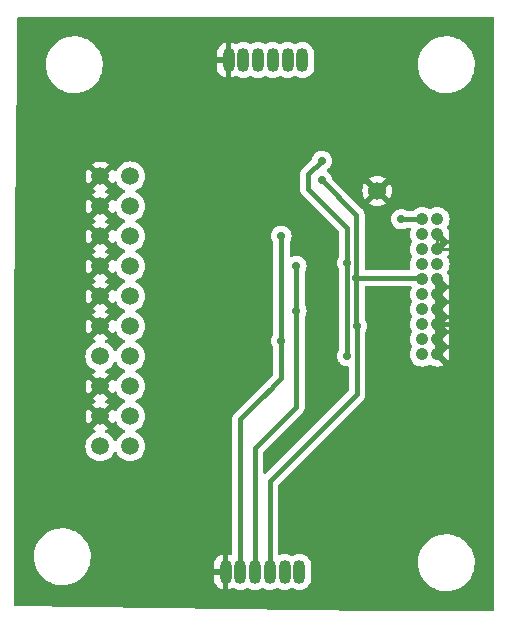
<source format=gbr>
%TF.GenerationSoftware,KiCad,Pcbnew,7.0.6*%
%TF.CreationDate,2023-08-02T20:25:14-07:00*%
%TF.ProjectId,A0004-SWD-Adapter,41303030-342d-4535-9744-2d4164617074,rev?*%
%TF.SameCoordinates,Original*%
%TF.FileFunction,Copper,L2,Bot*%
%TF.FilePolarity,Positive*%
%FSLAX46Y46*%
G04 Gerber Fmt 4.6, Leading zero omitted, Abs format (unit mm)*
G04 Created by KiCad (PCBNEW 7.0.6) date 2023-08-02 20:25:14*
%MOMM*%
%LPD*%
G01*
G04 APERTURE LIST*
%TA.AperFunction,ComponentPad*%
%ADD10C,1.498600*%
%TD*%
%TA.AperFunction,ComponentPad*%
%ADD11O,1.016000X2.032000*%
%TD*%
%TA.AperFunction,ComponentPad*%
%ADD12C,1.066800*%
%TD*%
%TA.AperFunction,SMDPad,CuDef*%
%ADD13C,1.524000*%
%TD*%
%TA.AperFunction,ViaPad*%
%ADD14C,0.711200*%
%TD*%
%TA.AperFunction,Conductor*%
%ADD15C,0.381000*%
%TD*%
%TA.AperFunction,Conductor*%
%ADD16C,0.250000*%
%TD*%
G04 APERTURE END LIST*
D10*
%TO.P,P1,1,1*%
%TO.N,MCU_VDD*%
X124123450Y-112059999D03*
%TO.P,P1,2,2*%
%TO.N,unconnected-(P1-Pad2)*%
X121583450Y-112059999D03*
%TO.P,P1,3,3*%
%TO.N,unconnected-(P1-Pad3)*%
X124123450Y-109519999D03*
%TO.P,P1,4,4*%
%TO.N,Earth*%
X121583450Y-109519999D03*
%TO.P,P1,5,5*%
%TO.N,unconnected-(P1-Pad5)*%
X124123450Y-106979999D03*
%TO.P,P1,6,6*%
%TO.N,Earth*%
X121583450Y-106979999D03*
%TO.P,P1,7,7*%
%TO.N,SWDIO*%
X124123450Y-104439999D03*
%TO.P,P1,8,8*%
%TO.N,unconnected-(P1-Pad8)*%
X121583450Y-104439999D03*
%TO.P,P1,9,9*%
%TO.N,SWCLK*%
X124123450Y-101899999D03*
%TO.P,P1,10,10*%
%TO.N,Earth*%
X121583450Y-101899999D03*
%TO.P,P1,11,11*%
%TO.N,unconnected-(P1-Pad11)*%
X124123450Y-99359999D03*
%TO.P,P1,12,12*%
%TO.N,Earth*%
X121583450Y-99359999D03*
%TO.P,P1,13,13*%
%TO.N,SWO*%
X124123450Y-96819999D03*
%TO.P,P1,14,14*%
%TO.N,Earth*%
X121583450Y-96819999D03*
%TO.P,P1,15,15*%
%TO.N,NRST*%
X124123450Y-94279999D03*
%TO.P,P1,16,16*%
%TO.N,Earth*%
X121583450Y-94279999D03*
%TO.P,P1,17,17*%
%TO.N,unconnected-(P1-Pad17)*%
X124123450Y-91739999D03*
%TO.P,P1,18,18*%
%TO.N,Earth*%
X121583450Y-91739999D03*
%TO.P,P1,19,19*%
%TO.N,unconnected-(P1-Pad19)*%
X124123450Y-89199999D03*
%TO.P,P1,20,20*%
%TO.N,Earth*%
X121583450Y-89199999D03*
%TD*%
D11*
%TO.P,P4,1,1*%
%TO.N,Earth*%
X132434000Y-79375000D03*
%TO.P,P4,2,2*%
%TO.N,NRST*%
X133684000Y-79375000D03*
%TO.P,P4,3,3*%
%TO.N,SWO*%
X134934000Y-79375000D03*
%TO.P,P4,4,4*%
%TO.N,SWCLK*%
X136184000Y-79375000D03*
%TO.P,P4,5,5*%
%TO.N,SWDIO*%
X137434000Y-79375000D03*
%TO.P,P4,6,6*%
%TO.N,MCU_VDD*%
X138684000Y-79375000D03*
%TD*%
%TO.P,P3,1,1*%
%TO.N,MCU_VDD*%
X138430000Y-122682000D03*
%TO.P,P3,2,2*%
%TO.N,SWDIO*%
X137180000Y-122682000D03*
%TO.P,P3,3,3*%
%TO.N,SWCLK*%
X135930000Y-122682000D03*
%TO.P,P3,4,4*%
%TO.N,SWO*%
X134680000Y-122682000D03*
%TO.P,P3,5,5*%
%TO.N,NRST*%
X133430000Y-122682000D03*
%TO.P,P3,6,6*%
%TO.N,Earth*%
X132180000Y-122682000D03*
%TD*%
D12*
%TO.P,P2,1,1*%
%TO.N,MCU_VDD*%
X148832950Y-92837000D03*
%TO.P,P2,2,2*%
%TO.N,unconnected-(P2-Pad2)*%
X150102950Y-92837000D03*
%TO.P,P2,3,3*%
%TO.N,unconnected-(P2-Pad3)*%
X148832950Y-94107000D03*
%TO.P,P2,4,4*%
%TO.N,Earth*%
X150102950Y-94107000D03*
%TO.P,P2,5,5*%
%TO.N,unconnected-(P2-Pad5)*%
X148832950Y-95377000D03*
%TO.P,P2,6,6*%
%TO.N,Earth*%
X150102950Y-95377000D03*
%TO.P,P2,7,7*%
%TO.N,SWDIO*%
X148832950Y-96647000D03*
%TO.P,P2,8,8*%
%TO.N,unconnected-(P2-Pad8)*%
X150102950Y-96647000D03*
%TO.P,P2,9,9*%
%TO.N,SWCLK*%
X148832950Y-97917000D03*
%TO.P,P2,10,10*%
%TO.N,Earth*%
X150102950Y-97917000D03*
%TO.P,P2,11,11*%
%TO.N,unconnected-(P2-Pad11)*%
X148832950Y-99187000D03*
%TO.P,P2,12,12*%
%TO.N,Earth*%
X150102950Y-99187000D03*
%TO.P,P2,13,13*%
%TO.N,SWO*%
X148832950Y-100457000D03*
%TO.P,P2,14,14*%
%TO.N,Earth*%
X150102950Y-100457000D03*
%TO.P,P2,15,15*%
%TO.N,NRST*%
X148832950Y-101727000D03*
%TO.P,P2,16,16*%
%TO.N,Earth*%
X150102950Y-101727000D03*
%TO.P,P2,17,17*%
%TO.N,unconnected-(P2-Pad17)*%
X148832950Y-102997000D03*
%TO.P,P2,18,18*%
%TO.N,Earth*%
X150102950Y-102997000D03*
%TO.P,P2,19,19*%
%TO.N,unconnected-(P2-Pad19)*%
X148832950Y-104267000D03*
%TO.P,P2,20,20*%
%TO.N,Earth*%
X150102950Y-104267000D03*
%TD*%
D13*
%TO.P,TP3,1*%
%TO.N,Earth*%
X145034000Y-90424000D03*
%TD*%
D14*
%TO.N,MCU_VDD*%
X147066000Y-92837000D03*
%TO.N,Earth*%
X152019000Y-95377000D03*
X152146000Y-101727000D03*
%TO.N,SWDIO*%
X140335000Y-87884000D03*
%TO.N,SWCLK*%
X140335000Y-89535000D03*
%TO.N,SWDIO*%
X142494000Y-96520000D03*
X142494000Y-104394000D03*
%TO.N,SWCLK*%
X143302000Y-101900000D03*
X143256000Y-97790000D03*
%TO.N,SWO*%
X138176000Y-100584000D03*
X138176000Y-96774000D03*
%TO.N,NRST*%
X136906000Y-94234000D03*
X136906000Y-103124000D03*
%TD*%
D15*
%TO.N,MCU_VDD*%
X148832950Y-92837000D02*
X147066000Y-92837000D01*
D16*
%TO.N,Earth*%
X150102950Y-95377000D02*
X152019000Y-95377000D01*
D15*
X150102950Y-101727000D02*
X152146000Y-101727000D01*
X150102950Y-102997000D02*
X150102950Y-104267000D01*
X150102950Y-101727000D02*
X150102950Y-102997000D01*
X150102950Y-100457000D02*
X150102950Y-101727000D01*
X150102950Y-99187000D02*
X150102950Y-100457000D01*
X150102950Y-97917000D02*
X150102950Y-99187000D01*
D16*
X150102950Y-94107000D02*
X150102950Y-95377000D01*
D15*
%TO.N,SWCLK*%
X135930000Y-122682000D02*
X135930000Y-115022000D01*
X135930000Y-115022000D02*
X143302000Y-107650000D01*
X143302000Y-107650000D02*
X143302000Y-101900000D01*
%TO.N,SWO*%
X134680000Y-122682000D02*
X134680000Y-112208000D01*
X134680000Y-112208000D02*
X138176000Y-108712000D01*
X138176000Y-108712000D02*
X138176000Y-100584000D01*
%TO.N,NRST*%
X133430000Y-122682000D02*
X133430000Y-109775000D01*
X133430000Y-109775000D02*
X135890000Y-107315000D01*
D16*
X135445500Y-107759500D02*
X135890000Y-107315000D01*
D15*
X136906000Y-106299000D02*
X135445500Y-107759500D01*
X136906000Y-103124000D02*
X136906000Y-106299000D01*
%TO.N,SWDIO*%
X142494000Y-93599000D02*
X139192000Y-90297000D01*
X142494000Y-96520000D02*
X142494000Y-93599000D01*
X139192000Y-90297000D02*
X139192000Y-89027000D01*
X139192000Y-89027000D02*
X140335000Y-87884000D01*
%TO.N,SWCLK*%
X143256000Y-97790000D02*
X143256000Y-92456000D01*
X143256000Y-92456000D02*
X140335000Y-89535000D01*
%TO.N,SWDIO*%
X142494000Y-104394000D02*
X142494000Y-96520000D01*
%TO.N,SWCLK*%
X143302000Y-101900000D02*
X143256000Y-101854000D01*
X143256000Y-97790000D02*
X148590000Y-97790000D01*
X148590000Y-97790000D02*
X148844000Y-98044000D01*
X143256000Y-101854000D02*
X143256000Y-97790000D01*
%TO.N,SWO*%
X138176000Y-96774000D02*
X138176000Y-100584000D01*
%TO.N,NRST*%
X136906000Y-94234000D02*
X136906000Y-103124000D01*
%TD*%
%TA.AperFunction,Conductor*%
%TO.N,Earth*%
G36*
X150001737Y-103823844D02*
G01*
X150038916Y-103849413D01*
X150088203Y-103898700D01*
X150072429Y-103898700D01*
X149981709Y-103913838D01*
X149873607Y-103972340D01*
X149842573Y-104006051D01*
X149832574Y-103973088D01*
X149831951Y-103903223D01*
X149869198Y-103844110D01*
X149932492Y-103814519D01*
X150001737Y-103823844D01*
G37*
%TD.AperFunction*%
%TA.AperFunction,Conductor*%
G36*
X149925235Y-103325389D02*
G01*
X150041492Y-103365300D01*
X150088203Y-103365300D01*
X150038916Y-103414587D01*
X149977592Y-103448071D01*
X149907901Y-103443087D01*
X149851968Y-103401215D01*
X149827551Y-103335750D01*
X149832574Y-103290912D01*
X149841812Y-103260458D01*
X149925235Y-103325389D01*
G37*
%TD.AperFunction*%
%TA.AperFunction,Conductor*%
G36*
X150001738Y-102553846D02*
G01*
X150038918Y-102579415D01*
X150088203Y-102628700D01*
X150072429Y-102628700D01*
X149981709Y-102643838D01*
X149873607Y-102702340D01*
X149842573Y-102736051D01*
X149832576Y-102703092D01*
X149831952Y-102633225D01*
X149869200Y-102574112D01*
X149932494Y-102544521D01*
X150001738Y-102553846D01*
G37*
%TD.AperFunction*%
%TA.AperFunction,Conductor*%
G36*
X149925235Y-102055389D02*
G01*
X150041492Y-102095300D01*
X150088203Y-102095300D01*
X150038917Y-102144586D01*
X149977593Y-102178070D01*
X149907902Y-102173086D01*
X149851969Y-102131214D01*
X149827552Y-102065749D01*
X149832576Y-102020908D01*
X149841812Y-101990458D01*
X149925235Y-102055389D01*
G37*
%TD.AperFunction*%
%TA.AperFunction,Conductor*%
G36*
X150001737Y-101283844D02*
G01*
X150038916Y-101309413D01*
X150088203Y-101358700D01*
X150072429Y-101358700D01*
X149981709Y-101373838D01*
X149873607Y-101432340D01*
X149842573Y-101466051D01*
X149832574Y-101433088D01*
X149831951Y-101363223D01*
X149869198Y-101304110D01*
X149932492Y-101274519D01*
X150001737Y-101283844D01*
G37*
%TD.AperFunction*%
%TA.AperFunction,Conductor*%
G36*
X149925235Y-100785389D02*
G01*
X150041492Y-100825300D01*
X150088203Y-100825300D01*
X150038916Y-100874587D01*
X149977592Y-100908071D01*
X149907901Y-100903087D01*
X149851968Y-100861215D01*
X149827551Y-100795750D01*
X149832574Y-100750912D01*
X149841812Y-100720458D01*
X149925235Y-100785389D01*
G37*
%TD.AperFunction*%
%TA.AperFunction,Conductor*%
G36*
X150001737Y-100013844D02*
G01*
X150038916Y-100039413D01*
X150088203Y-100088700D01*
X150072429Y-100088700D01*
X149981709Y-100103838D01*
X149873607Y-100162340D01*
X149842573Y-100196051D01*
X149832574Y-100163088D01*
X149831951Y-100093223D01*
X149869198Y-100034110D01*
X149932492Y-100004519D01*
X150001737Y-100013844D01*
G37*
%TD.AperFunction*%
%TA.AperFunction,Conductor*%
G36*
X149925235Y-99515389D02*
G01*
X150041492Y-99555300D01*
X150088203Y-99555300D01*
X150038916Y-99604587D01*
X149977592Y-99638071D01*
X149907901Y-99633087D01*
X149851968Y-99591215D01*
X149827551Y-99525750D01*
X149832574Y-99480912D01*
X149841812Y-99450458D01*
X149925235Y-99515389D01*
G37*
%TD.AperFunction*%
%TA.AperFunction,Conductor*%
G36*
X150001737Y-98743844D02*
G01*
X150038916Y-98769413D01*
X150088203Y-98818700D01*
X150072429Y-98818700D01*
X149981709Y-98833838D01*
X149873607Y-98892340D01*
X149842573Y-98926051D01*
X149832574Y-98893088D01*
X149831951Y-98823223D01*
X149869198Y-98764110D01*
X149932492Y-98734519D01*
X150001737Y-98743844D01*
G37*
%TD.AperFunction*%
%TA.AperFunction,Conductor*%
G36*
X149925235Y-98245389D02*
G01*
X150041492Y-98285300D01*
X150088203Y-98285300D01*
X150038916Y-98334587D01*
X149977592Y-98368071D01*
X149907901Y-98363087D01*
X149851968Y-98321215D01*
X149827551Y-98255750D01*
X149832574Y-98210912D01*
X149841812Y-98180458D01*
X149925235Y-98245389D01*
G37*
%TD.AperFunction*%
%TA.AperFunction,Conductor*%
G36*
X150001737Y-94933844D02*
G01*
X150038916Y-94959413D01*
X150088203Y-95008700D01*
X150072429Y-95008700D01*
X149981709Y-95023838D01*
X149873607Y-95082340D01*
X149842573Y-95116051D01*
X149832574Y-95083088D01*
X149831951Y-95013223D01*
X149869198Y-94954110D01*
X149932492Y-94924519D01*
X150001737Y-94933844D01*
G37*
%TD.AperFunction*%
%TA.AperFunction,Conductor*%
G36*
X149925235Y-94435389D02*
G01*
X150041492Y-94475300D01*
X150088203Y-94475300D01*
X150038916Y-94524587D01*
X149977592Y-94558071D01*
X149907901Y-94553087D01*
X149851968Y-94511215D01*
X149827551Y-94445750D01*
X149832574Y-94400912D01*
X149841812Y-94370458D01*
X149925235Y-94435389D01*
G37*
%TD.AperFunction*%
%TA.AperFunction,Conductor*%
G36*
X122626071Y-110209068D02*
G01*
X122669507Y-110147034D01*
X122736378Y-110003631D01*
X122782550Y-109951192D01*
X122849744Y-109932040D01*
X122916625Y-109952256D01*
X122961142Y-110003631D01*
X123030002Y-110151302D01*
X123030004Y-110151306D01*
X123156238Y-110331587D01*
X123311861Y-110487210D01*
X123492142Y-110613444D01*
X123492144Y-110613445D01*
X123492147Y-110613447D01*
X123619702Y-110672927D01*
X123629760Y-110677617D01*
X123682199Y-110723789D01*
X123701351Y-110790983D01*
X123681135Y-110857864D01*
X123629760Y-110902381D01*
X123492149Y-110966550D01*
X123492147Y-110966551D01*
X123311860Y-111092788D01*
X123156239Y-111248409D01*
X123030002Y-111428696D01*
X123030001Y-111428698D01*
X122965832Y-111566309D01*
X122919659Y-111618748D01*
X122852466Y-111637900D01*
X122785585Y-111617684D01*
X122741068Y-111566309D01*
X122676898Y-111428698D01*
X122676897Y-111428696D01*
X122550660Y-111248409D01*
X122395038Y-111092787D01*
X122214757Y-110966553D01*
X122214753Y-110966551D01*
X122067082Y-110897691D01*
X122014643Y-110851519D01*
X121995491Y-110784325D01*
X122015707Y-110717444D01*
X122067082Y-110672927D01*
X122210485Y-110606056D01*
X122272519Y-110562620D01*
X121711832Y-110001933D01*
X121724427Y-110000123D01*
X121853983Y-109940956D01*
X121961622Y-109847687D01*
X122038623Y-109727870D01*
X122062739Y-109645736D01*
X122626071Y-110209068D01*
G37*
%TD.AperFunction*%
%TA.AperFunction,Conductor*%
G36*
X122626071Y-107669068D02*
G01*
X122669507Y-107607034D01*
X122736378Y-107463631D01*
X122782550Y-107411192D01*
X122849744Y-107392040D01*
X122916625Y-107412256D01*
X122961142Y-107463631D01*
X123030002Y-107611302D01*
X123030004Y-107611306D01*
X123156238Y-107791587D01*
X123311861Y-107947210D01*
X123492142Y-108073444D01*
X123492144Y-108073445D01*
X123492147Y-108073447D01*
X123629760Y-108137617D01*
X123682199Y-108183789D01*
X123701351Y-108250983D01*
X123681135Y-108317864D01*
X123629760Y-108362381D01*
X123492149Y-108426550D01*
X123492147Y-108426551D01*
X123311860Y-108552788D01*
X123156239Y-108708409D01*
X123030002Y-108888696D01*
X123030001Y-108888698D01*
X122961142Y-109036366D01*
X122914969Y-109088805D01*
X122847776Y-109107957D01*
X122780894Y-109087741D01*
X122736378Y-109036366D01*
X122669505Y-108892959D01*
X122626072Y-108830929D01*
X122626071Y-108830928D01*
X122062739Y-109394260D01*
X122038623Y-109312128D01*
X121961622Y-109192311D01*
X121853983Y-109099042D01*
X121724427Y-109039875D01*
X121711832Y-109038064D01*
X122272519Y-108477376D01*
X122272518Y-108477375D01*
X122210489Y-108433943D01*
X122057024Y-108362381D01*
X122004585Y-108316209D01*
X121985433Y-108249015D01*
X122005649Y-108182134D01*
X122057024Y-108137617D01*
X122210485Y-108066056D01*
X122272519Y-108022620D01*
X121711832Y-107461933D01*
X121724427Y-107460123D01*
X121853983Y-107400956D01*
X121961622Y-107307687D01*
X122038623Y-107187870D01*
X122062739Y-107105736D01*
X122626071Y-107669068D01*
G37*
%TD.AperFunction*%
%TA.AperFunction,Conductor*%
G36*
X122921315Y-104882313D02*
G01*
X122965832Y-104933688D01*
X123030002Y-105071302D01*
X123030004Y-105071306D01*
X123156238Y-105251587D01*
X123311861Y-105407210D01*
X123492142Y-105533444D01*
X123492144Y-105533445D01*
X123492147Y-105533447D01*
X123629760Y-105597617D01*
X123682199Y-105643789D01*
X123701351Y-105710983D01*
X123681135Y-105777864D01*
X123629760Y-105822381D01*
X123492149Y-105886550D01*
X123492147Y-105886551D01*
X123311860Y-106012788D01*
X123156239Y-106168409D01*
X123030002Y-106348696D01*
X123030001Y-106348698D01*
X122961142Y-106496366D01*
X122914969Y-106548805D01*
X122847776Y-106567957D01*
X122780894Y-106547741D01*
X122736378Y-106496366D01*
X122669505Y-106352959D01*
X122626072Y-106290929D01*
X122626071Y-106290928D01*
X122062739Y-106854260D01*
X122038623Y-106772128D01*
X121961622Y-106652311D01*
X121853983Y-106559042D01*
X121724427Y-106499875D01*
X121711832Y-106498064D01*
X122272519Y-105937376D01*
X122272518Y-105937375D01*
X122210489Y-105893943D01*
X122067082Y-105827070D01*
X122014643Y-105780897D01*
X121995491Y-105713704D01*
X122015707Y-105646823D01*
X122067081Y-105602307D01*
X122214753Y-105533447D01*
X122395037Y-105407211D01*
X122550662Y-105251586D01*
X122676898Y-105071302D01*
X122741068Y-104933686D01*
X122787240Y-104881249D01*
X122854434Y-104862097D01*
X122921315Y-104882313D01*
G37*
%TD.AperFunction*%
%TA.AperFunction,Conductor*%
G36*
X122626071Y-102589068D02*
G01*
X122669507Y-102527034D01*
X122736378Y-102383631D01*
X122782550Y-102331192D01*
X122849744Y-102312040D01*
X122916625Y-102332256D01*
X122961142Y-102383631D01*
X123030002Y-102531302D01*
X123030004Y-102531306D01*
X123156238Y-102711587D01*
X123311861Y-102867210D01*
X123492142Y-102993444D01*
X123492144Y-102993445D01*
X123492147Y-102993447D01*
X123619702Y-103052927D01*
X123629760Y-103057617D01*
X123682199Y-103103789D01*
X123701351Y-103170983D01*
X123681135Y-103237864D01*
X123629760Y-103282381D01*
X123492149Y-103346550D01*
X123492147Y-103346551D01*
X123311860Y-103472788D01*
X123156239Y-103628409D01*
X123030002Y-103808696D01*
X123030001Y-103808698D01*
X122965832Y-103946309D01*
X122919659Y-103998748D01*
X122852466Y-104017900D01*
X122785585Y-103997684D01*
X122741068Y-103946309D01*
X122709653Y-103878940D01*
X122676898Y-103808697D01*
X122550662Y-103628412D01*
X122550660Y-103628409D01*
X122395038Y-103472787D01*
X122214757Y-103346553D01*
X122214753Y-103346551D01*
X122067082Y-103277691D01*
X122014643Y-103231519D01*
X121995491Y-103164325D01*
X122015707Y-103097444D01*
X122067082Y-103052927D01*
X122210485Y-102986056D01*
X122272519Y-102942620D01*
X121711832Y-102381933D01*
X121724427Y-102380123D01*
X121853983Y-102320956D01*
X121961622Y-102227687D01*
X122038623Y-102107870D01*
X122062740Y-102025735D01*
X122626071Y-102589068D01*
G37*
%TD.AperFunction*%
%TA.AperFunction,Conductor*%
G36*
X122626071Y-100049068D02*
G01*
X122669507Y-99987034D01*
X122736378Y-99843631D01*
X122782550Y-99791192D01*
X122849744Y-99772040D01*
X122916625Y-99792256D01*
X122961142Y-99843631D01*
X123030002Y-99991302D01*
X123030004Y-99991306D01*
X123156238Y-100171587D01*
X123311861Y-100327210D01*
X123492142Y-100453444D01*
X123492144Y-100453445D01*
X123492147Y-100453447D01*
X123629760Y-100517617D01*
X123682199Y-100563789D01*
X123701351Y-100630983D01*
X123681135Y-100697864D01*
X123629760Y-100742381D01*
X123492149Y-100806550D01*
X123492147Y-100806551D01*
X123311860Y-100932788D01*
X123156239Y-101088409D01*
X123030002Y-101268696D01*
X123030001Y-101268698D01*
X122961142Y-101416366D01*
X122914969Y-101468805D01*
X122847776Y-101487957D01*
X122780894Y-101467741D01*
X122736378Y-101416366D01*
X122669505Y-101272959D01*
X122626072Y-101210929D01*
X122626071Y-101210928D01*
X122062739Y-101774260D01*
X122038623Y-101692128D01*
X121961622Y-101572311D01*
X121853983Y-101479042D01*
X121724427Y-101419875D01*
X121711832Y-101418064D01*
X122272519Y-100857376D01*
X122272518Y-100857375D01*
X122210489Y-100813943D01*
X122057024Y-100742381D01*
X122004585Y-100696209D01*
X121985433Y-100629015D01*
X122005649Y-100562134D01*
X122057024Y-100517617D01*
X122210485Y-100446056D01*
X122272519Y-100402620D01*
X121711832Y-99841933D01*
X121724427Y-99840123D01*
X121853983Y-99780956D01*
X121961622Y-99687687D01*
X122038623Y-99567870D01*
X122062739Y-99485736D01*
X122626071Y-100049068D01*
G37*
%TD.AperFunction*%
%TA.AperFunction,Conductor*%
G36*
X122626071Y-97509068D02*
G01*
X122669507Y-97447034D01*
X122736378Y-97303631D01*
X122782550Y-97251192D01*
X122849744Y-97232040D01*
X122916625Y-97252256D01*
X122961142Y-97303631D01*
X123030002Y-97451302D01*
X123030004Y-97451306D01*
X123156238Y-97631587D01*
X123311861Y-97787210D01*
X123492142Y-97913444D01*
X123492144Y-97913445D01*
X123492147Y-97913447D01*
X123629760Y-97977617D01*
X123682199Y-98023789D01*
X123701351Y-98090983D01*
X123681135Y-98157864D01*
X123629760Y-98202381D01*
X123492149Y-98266550D01*
X123492147Y-98266551D01*
X123311860Y-98392788D01*
X123156239Y-98548409D01*
X123030002Y-98728696D01*
X123030001Y-98728698D01*
X122961142Y-98876366D01*
X122914969Y-98928805D01*
X122847776Y-98947957D01*
X122780894Y-98927741D01*
X122736378Y-98876366D01*
X122669505Y-98732959D01*
X122626072Y-98670929D01*
X122626071Y-98670928D01*
X122062739Y-99234260D01*
X122038623Y-99152128D01*
X121961622Y-99032311D01*
X121853983Y-98939042D01*
X121724427Y-98879875D01*
X121711832Y-98878064D01*
X122272519Y-98317376D01*
X122272518Y-98317375D01*
X122210489Y-98273943D01*
X122057024Y-98202381D01*
X122004585Y-98156209D01*
X121985433Y-98089015D01*
X122005649Y-98022134D01*
X122057024Y-97977617D01*
X122210485Y-97906056D01*
X122272519Y-97862620D01*
X121711832Y-97301933D01*
X121724427Y-97300123D01*
X121853983Y-97240956D01*
X121961622Y-97147687D01*
X122038623Y-97027870D01*
X122062739Y-96945736D01*
X122626071Y-97509068D01*
G37*
%TD.AperFunction*%
%TA.AperFunction,Conductor*%
G36*
X122626071Y-94969068D02*
G01*
X122669507Y-94907034D01*
X122736378Y-94763631D01*
X122782550Y-94711192D01*
X122849744Y-94692040D01*
X122916625Y-94712256D01*
X122961142Y-94763631D01*
X123030002Y-94911302D01*
X123030004Y-94911306D01*
X123156238Y-95091587D01*
X123311861Y-95247210D01*
X123492142Y-95373444D01*
X123492144Y-95373445D01*
X123492147Y-95373447D01*
X123629348Y-95437425D01*
X123629760Y-95437617D01*
X123682199Y-95483789D01*
X123701351Y-95550983D01*
X123681135Y-95617864D01*
X123629760Y-95662381D01*
X123492149Y-95726550D01*
X123492147Y-95726551D01*
X123311860Y-95852788D01*
X123156239Y-96008409D01*
X123030002Y-96188696D01*
X123030001Y-96188698D01*
X122961142Y-96336366D01*
X122914969Y-96388805D01*
X122847776Y-96407957D01*
X122780894Y-96387741D01*
X122736378Y-96336366D01*
X122669505Y-96192959D01*
X122626072Y-96130929D01*
X122626071Y-96130928D01*
X122062739Y-96694260D01*
X122038623Y-96612128D01*
X121961622Y-96492311D01*
X121853983Y-96399042D01*
X121724427Y-96339875D01*
X121711832Y-96338064D01*
X122272519Y-95777376D01*
X122272518Y-95777375D01*
X122210489Y-95733943D01*
X122057024Y-95662381D01*
X122004585Y-95616209D01*
X121985433Y-95549015D01*
X122005649Y-95482134D01*
X122057024Y-95437617D01*
X122210485Y-95366056D01*
X122272519Y-95322620D01*
X121711832Y-94761933D01*
X121724427Y-94760123D01*
X121853983Y-94700956D01*
X121961622Y-94607687D01*
X122038623Y-94487870D01*
X122062740Y-94405735D01*
X122626071Y-94969068D01*
G37*
%TD.AperFunction*%
%TA.AperFunction,Conductor*%
G36*
X122626071Y-92429068D02*
G01*
X122669507Y-92367034D01*
X122736378Y-92223631D01*
X122782550Y-92171192D01*
X122849744Y-92152040D01*
X122916625Y-92172256D01*
X122961142Y-92223631D01*
X123030002Y-92371302D01*
X123030004Y-92371306D01*
X123156238Y-92551587D01*
X123311861Y-92707210D01*
X123492142Y-92833444D01*
X123492144Y-92833445D01*
X123492147Y-92833447D01*
X123629760Y-92897617D01*
X123682199Y-92943789D01*
X123701351Y-93010983D01*
X123681135Y-93077864D01*
X123629760Y-93122381D01*
X123492149Y-93186550D01*
X123492147Y-93186551D01*
X123311860Y-93312788D01*
X123156239Y-93468409D01*
X123030002Y-93648696D01*
X123030001Y-93648698D01*
X122961142Y-93796366D01*
X122914969Y-93848805D01*
X122847776Y-93867957D01*
X122780894Y-93847741D01*
X122736378Y-93796366D01*
X122669505Y-93652959D01*
X122626072Y-93590929D01*
X122626071Y-93590928D01*
X122062739Y-94154260D01*
X122038623Y-94072128D01*
X121961622Y-93952311D01*
X121853983Y-93859042D01*
X121724427Y-93799875D01*
X121711832Y-93798064D01*
X122272519Y-93237376D01*
X122272518Y-93237375D01*
X122210489Y-93193943D01*
X122057024Y-93122381D01*
X122004585Y-93076209D01*
X121985433Y-93009015D01*
X122005649Y-92942134D01*
X122057024Y-92897617D01*
X122210485Y-92826056D01*
X122272519Y-92782620D01*
X121711832Y-92221933D01*
X121724427Y-92220123D01*
X121853983Y-92160956D01*
X121961622Y-92067687D01*
X122038623Y-91947870D01*
X122062739Y-91865736D01*
X122626071Y-92429068D01*
G37*
%TD.AperFunction*%
%TA.AperFunction,Conductor*%
G36*
X122626071Y-89889068D02*
G01*
X122669507Y-89827034D01*
X122736378Y-89683631D01*
X122782550Y-89631192D01*
X122849744Y-89612040D01*
X122916625Y-89632256D01*
X122961142Y-89683631D01*
X123030002Y-89831302D01*
X123030004Y-89831306D01*
X123156238Y-90011587D01*
X123311861Y-90167210D01*
X123492142Y-90293444D01*
X123492144Y-90293445D01*
X123492147Y-90293447D01*
X123590934Y-90339512D01*
X123629760Y-90357617D01*
X123682199Y-90403789D01*
X123701351Y-90470983D01*
X123681135Y-90537864D01*
X123629760Y-90582381D01*
X123492149Y-90646550D01*
X123492147Y-90646551D01*
X123311860Y-90772788D01*
X123156239Y-90928409D01*
X123030002Y-91108696D01*
X123030001Y-91108698D01*
X122961142Y-91256366D01*
X122914969Y-91308805D01*
X122847776Y-91327957D01*
X122780894Y-91307741D01*
X122736378Y-91256366D01*
X122669505Y-91112959D01*
X122626072Y-91050929D01*
X122626071Y-91050928D01*
X122062739Y-91614260D01*
X122038623Y-91532128D01*
X121961622Y-91412311D01*
X121853983Y-91319042D01*
X121724427Y-91259875D01*
X121711832Y-91258064D01*
X122272519Y-90697376D01*
X122272518Y-90697375D01*
X122210489Y-90653943D01*
X122057024Y-90582381D01*
X122004585Y-90536209D01*
X121985433Y-90469015D01*
X122005649Y-90402134D01*
X122057024Y-90357617D01*
X122210485Y-90286056D01*
X122272519Y-90242620D01*
X121711832Y-89681933D01*
X121724427Y-89680123D01*
X121853983Y-89620956D01*
X121961622Y-89527687D01*
X122038623Y-89407870D01*
X122062739Y-89325736D01*
X122626071Y-89889068D01*
G37*
%TD.AperFunction*%
%TA.AperFunction,Conductor*%
G36*
X154882539Y-75712185D02*
G01*
X154928294Y-75764989D01*
X154939500Y-75816500D01*
X154939500Y-125859500D01*
X154919815Y-125926539D01*
X154867011Y-125972294D01*
X154815500Y-125983500D01*
X144866500Y-125983500D01*
X114422968Y-125607652D01*
X114356177Y-125587141D01*
X114311077Y-125533776D01*
X114300500Y-125483665D01*
X114300500Y-121334903D01*
X115959793Y-121334903D01*
X115969672Y-121642970D01*
X115969672Y-121642975D01*
X115969673Y-121642978D01*
X116018867Y-121947261D01*
X116063137Y-122096419D01*
X116106571Y-122242763D01*
X116231333Y-122524601D01*
X116231337Y-122524609D01*
X116391123Y-122788193D01*
X116391127Y-122788198D01*
X116391133Y-122788207D01*
X116583297Y-123029174D01*
X116583299Y-123029176D01*
X116583303Y-123029180D01*
X116583304Y-123029181D01*
X116804724Y-123243614D01*
X116971862Y-123368352D01*
X117051741Y-123427968D01*
X117051743Y-123427969D01*
X117051747Y-123427972D01*
X117320318Y-123579228D01*
X117461057Y-123636207D01*
X117606018Y-123694897D01*
X117606023Y-123694898D01*
X117606025Y-123694899D01*
X117904179Y-123773084D01*
X118209883Y-123812500D01*
X118209890Y-123812500D01*
X118440980Y-123812500D01*
X118539814Y-123806154D01*
X118671601Y-123797693D01*
X118974151Y-123738772D01*
X119266683Y-123641644D01*
X119266689Y-123641640D01*
X119266693Y-123641640D01*
X119483619Y-123537174D01*
X119544393Y-123507907D01*
X119802720Y-123339754D01*
X120037424Y-123139948D01*
X120226277Y-122932000D01*
X131172000Y-122932000D01*
X131172000Y-123239514D01*
X131186584Y-123387603D01*
X131186585Y-123387605D01*
X131244224Y-123577612D01*
X131337820Y-123752718D01*
X131337825Y-123752725D01*
X131463787Y-123906212D01*
X131617274Y-124032174D01*
X131617281Y-124032179D01*
X131792384Y-124125774D01*
X131929999Y-124167519D01*
X131930000Y-124167519D01*
X131930000Y-122932000D01*
X131172000Y-122932000D01*
X120226277Y-122932000D01*
X120244650Y-122911769D01*
X120404926Y-122682000D01*
X131921024Y-122682000D01*
X131940737Y-122781106D01*
X131996876Y-122865124D01*
X132080894Y-122921263D01*
X132154983Y-122936000D01*
X132205017Y-122936000D01*
X132279106Y-122921263D01*
X132363124Y-122865124D01*
X132413500Y-122789730D01*
X132413500Y-123239934D01*
X132423331Y-123339751D01*
X132428805Y-123395332D01*
X132428509Y-123395361D01*
X132430000Y-123410492D01*
X132430000Y-124167519D01*
X132567613Y-124125774D01*
X132737831Y-124034790D01*
X132806234Y-124020548D01*
X132856323Y-124037967D01*
X132857158Y-124036407D01*
X133024353Y-124125774D01*
X133039120Y-124133667D01*
X133230731Y-124191792D01*
X133430000Y-124211418D01*
X133629269Y-124191792D01*
X133820880Y-124133667D01*
X133996547Y-124039770D01*
X134064948Y-124025529D01*
X134113452Y-124039771D01*
X134274353Y-124125774D01*
X134289120Y-124133667D01*
X134480731Y-124191792D01*
X134680000Y-124211418D01*
X134879269Y-124191792D01*
X135070880Y-124133667D01*
X135246550Y-124039769D01*
X135314949Y-124025528D01*
X135363448Y-124039768D01*
X135539120Y-124133667D01*
X135730731Y-124191792D01*
X135930000Y-124211418D01*
X136129269Y-124191792D01*
X136320880Y-124133667D01*
X136496550Y-124039769D01*
X136564949Y-124025528D01*
X136613448Y-124039768D01*
X136789120Y-124133667D01*
X136980731Y-124191792D01*
X137180000Y-124211418D01*
X137379269Y-124191792D01*
X137570880Y-124133667D01*
X137746550Y-124039768D01*
X137814947Y-124025528D01*
X137863449Y-124039769D01*
X138039120Y-124133667D01*
X138230731Y-124191792D01*
X138430000Y-124211418D01*
X138629269Y-124191792D01*
X138820880Y-124133667D01*
X138997469Y-124039278D01*
X139152252Y-123912252D01*
X139279278Y-123757469D01*
X139373667Y-123580880D01*
X139431792Y-123389269D01*
X139446500Y-123239934D01*
X139446500Y-122124066D01*
X139431792Y-121974731D01*
X139391802Y-121842903D01*
X148471793Y-121842903D01*
X148481672Y-122150970D01*
X148481672Y-122150975D01*
X148481673Y-122150978D01*
X148530867Y-122455261D01*
X148575137Y-122604419D01*
X148618571Y-122750763D01*
X148743333Y-123032601D01*
X148743337Y-123032609D01*
X148903123Y-123296193D01*
X148903127Y-123296198D01*
X148903133Y-123296207D01*
X149095297Y-123537174D01*
X149095299Y-123537176D01*
X149095303Y-123537180D01*
X149095304Y-123537181D01*
X149316724Y-123751614D01*
X149483862Y-123876352D01*
X149563741Y-123935968D01*
X149563743Y-123935969D01*
X149563747Y-123935972D01*
X149832318Y-124087228D01*
X149973057Y-124144207D01*
X150118018Y-124202897D01*
X150118023Y-124202898D01*
X150118025Y-124202899D01*
X150416179Y-124281084D01*
X150721883Y-124320500D01*
X150721890Y-124320500D01*
X150952980Y-124320500D01*
X151051814Y-124314154D01*
X151183601Y-124305693D01*
X151486151Y-124246772D01*
X151778683Y-124149644D01*
X151778689Y-124149640D01*
X151778693Y-124149640D01*
X152006838Y-124039771D01*
X152056393Y-124015907D01*
X152314720Y-123847754D01*
X152549424Y-123647948D01*
X152756650Y-123419769D01*
X152932996Y-123166963D01*
X153075567Y-122893683D01*
X153182020Y-122604415D01*
X153250609Y-122303908D01*
X153280206Y-121997098D01*
X153279293Y-121968639D01*
X153275261Y-121842902D01*
X153270327Y-121689022D01*
X153221133Y-121384739D01*
X153133431Y-121089244D01*
X153133429Y-121089239D01*
X153133428Y-121089236D01*
X153008666Y-120807398D01*
X153008663Y-120807391D01*
X152848877Y-120543807D01*
X152848870Y-120543799D01*
X152848866Y-120543792D01*
X152656702Y-120302825D01*
X152656700Y-120302823D01*
X152653163Y-120299398D01*
X152435276Y-120088386D01*
X152306450Y-119992241D01*
X152188258Y-119904031D01*
X152188253Y-119904028D01*
X151919682Y-119752772D01*
X151882383Y-119737671D01*
X151633981Y-119637102D01*
X151466660Y-119593226D01*
X151335821Y-119558916D01*
X151030117Y-119519500D01*
X150799026Y-119519500D01*
X150799020Y-119519500D01*
X150568406Y-119534306D01*
X150568389Y-119534308D01*
X150265854Y-119593226D01*
X150265849Y-119593228D01*
X149973310Y-119690358D01*
X149973306Y-119690359D01*
X149695613Y-119824089D01*
X149695605Y-119824094D01*
X149437286Y-119992241D01*
X149437276Y-119992248D01*
X149202581Y-120192046D01*
X149202571Y-120192056D01*
X148995354Y-120420225D01*
X148995350Y-120420229D01*
X148819005Y-120673033D01*
X148819003Y-120673037D01*
X148676432Y-120946319D01*
X148676429Y-120946326D01*
X148569981Y-121235580D01*
X148569979Y-121235590D01*
X148501391Y-121536089D01*
X148471794Y-121842902D01*
X148471793Y-121842903D01*
X139391802Y-121842903D01*
X139373667Y-121783120D01*
X139323374Y-121689029D01*
X139279281Y-121606536D01*
X139279280Y-121606534D01*
X139279278Y-121606531D01*
X139182901Y-121489094D01*
X139152252Y-121451747D01*
X139055000Y-121371936D01*
X138997469Y-121324722D01*
X138997465Y-121324720D01*
X138997463Y-121324718D01*
X138820881Y-121230333D01*
X138629271Y-121172208D01*
X138430000Y-121152582D01*
X138230728Y-121172208D01*
X138039118Y-121230333D01*
X137863453Y-121324228D01*
X137795050Y-121338470D01*
X137746547Y-121324228D01*
X137570881Y-121230333D01*
X137379271Y-121172208D01*
X137180000Y-121152582D01*
X136980732Y-121172207D01*
X136788995Y-121230371D01*
X136719129Y-121230994D01*
X136660016Y-121193746D01*
X136630425Y-121130452D01*
X136629000Y-121111710D01*
X136629000Y-115362896D01*
X136648685Y-115295857D01*
X136665314Y-115275220D01*
X143780019Y-108160514D01*
X143782694Y-108157995D01*
X143829052Y-108116927D01*
X143864210Y-108065988D01*
X143866413Y-108062995D01*
X143904584Y-108014276D01*
X143908723Y-108005078D01*
X143919749Y-107985530D01*
X143925477Y-107977231D01*
X143925476Y-107977231D01*
X143925480Y-107977227D01*
X143947430Y-107919346D01*
X143948846Y-107915928D01*
X143974251Y-107859483D01*
X143976069Y-107849560D01*
X143982092Y-107827949D01*
X143985673Y-107818510D01*
X143993131Y-107757081D01*
X143993694Y-107753383D01*
X144004849Y-107692516D01*
X144004849Y-107692513D01*
X144001113Y-107630748D01*
X144001000Y-107627004D01*
X144001000Y-102450723D01*
X144017613Y-102388723D01*
X144050214Y-102332256D01*
X144095743Y-102253397D01*
X144151873Y-102080646D01*
X144170860Y-101900000D01*
X144151873Y-101719354D01*
X144095743Y-101546603D01*
X144095652Y-101546446D01*
X144004924Y-101389299D01*
X144004919Y-101389292D01*
X143986849Y-101369223D01*
X143956620Y-101306231D01*
X143955000Y-101286252D01*
X143955000Y-98613000D01*
X143974685Y-98545961D01*
X144027489Y-98500206D01*
X144079000Y-98489000D01*
X147817759Y-98489000D01*
X147884798Y-98508685D01*
X147930553Y-98561489D01*
X147940497Y-98630647D01*
X147927118Y-98671453D01*
X147865703Y-98786352D01*
X147806125Y-98982753D01*
X147786009Y-99187000D01*
X147806125Y-99391246D01*
X147865704Y-99587651D01*
X147959722Y-99763546D01*
X147973964Y-99831949D01*
X147959723Y-99880452D01*
X147865703Y-100056352D01*
X147806125Y-100252753D01*
X147786009Y-100457000D01*
X147806125Y-100661246D01*
X147865704Y-100857651D01*
X147959722Y-101033547D01*
X147973964Y-101101950D01*
X147959722Y-101150453D01*
X147865704Y-101326348D01*
X147806125Y-101522753D01*
X147786009Y-101727000D01*
X147806125Y-101931246D01*
X147865704Y-102127651D01*
X147959722Y-102303547D01*
X147973964Y-102371950D01*
X147959722Y-102420453D01*
X147865704Y-102596348D01*
X147806125Y-102792753D01*
X147786009Y-102996999D01*
X147806125Y-103201246D01*
X147865704Y-103397651D01*
X147959722Y-103573547D01*
X147973964Y-103641950D01*
X147959722Y-103690453D01*
X147865704Y-103866348D01*
X147806125Y-104062753D01*
X147786009Y-104266999D01*
X147806125Y-104471246D01*
X147865704Y-104667651D01*
X147962448Y-104848647D01*
X147962450Y-104848650D01*
X148092650Y-105007299D01*
X148251299Y-105137499D01*
X148251302Y-105137501D01*
X148432298Y-105234245D01*
X148432300Y-105234245D01*
X148432303Y-105234247D01*
X148628702Y-105293824D01*
X148628701Y-105293824D01*
X148648817Y-105295805D01*
X148832950Y-105313941D01*
X149037198Y-105293824D01*
X149233597Y-105234247D01*
X149259629Y-105220333D01*
X149418513Y-105135408D01*
X149486916Y-105121166D01*
X149535420Y-105135408D01*
X149705568Y-105226355D01*
X149900371Y-105285447D01*
X149900367Y-105285447D01*
X150102950Y-105305399D01*
X150305530Y-105285447D01*
X150500330Y-105226355D01*
X150636153Y-105153756D01*
X150117697Y-104635300D01*
X150133471Y-104635300D01*
X150224191Y-104620162D01*
X150332293Y-104561660D01*
X150415542Y-104471227D01*
X150464917Y-104358663D01*
X150471287Y-104281784D01*
X150989706Y-104800203D01*
X151062305Y-104664380D01*
X151121397Y-104469580D01*
X151141349Y-104267000D01*
X151121397Y-104064419D01*
X151062305Y-103869619D01*
X150989705Y-103733795D01*
X150473959Y-104249542D01*
X150475068Y-104236165D01*
X150444893Y-104117010D01*
X150377664Y-104014108D01*
X150280665Y-103938611D01*
X150164408Y-103898700D01*
X150117697Y-103898700D01*
X150384397Y-103631999D01*
X150117697Y-103365300D01*
X150133471Y-103365300D01*
X150224191Y-103350162D01*
X150332293Y-103291660D01*
X150415542Y-103201227D01*
X150464917Y-103088663D01*
X150471287Y-103011783D01*
X150989705Y-103530202D01*
X151062305Y-103394380D01*
X151121397Y-103199580D01*
X151141349Y-102996999D01*
X151121397Y-102794419D01*
X151062305Y-102599619D01*
X150989705Y-102463795D01*
X150473959Y-102979541D01*
X150475068Y-102966165D01*
X150444893Y-102847010D01*
X150377664Y-102744108D01*
X150280665Y-102668611D01*
X150164408Y-102628700D01*
X150117695Y-102628700D01*
X150384397Y-102361998D01*
X150117697Y-102095300D01*
X150133471Y-102095300D01*
X150224191Y-102080162D01*
X150332293Y-102021660D01*
X150415542Y-101931227D01*
X150464917Y-101818663D01*
X150471287Y-101741784D01*
X150989705Y-102260202D01*
X151062305Y-102124380D01*
X151121397Y-101929580D01*
X151141349Y-101727000D01*
X151121397Y-101524419D01*
X151062305Y-101329619D01*
X150989705Y-101193795D01*
X150473959Y-101709542D01*
X150475068Y-101696165D01*
X150444893Y-101577010D01*
X150377664Y-101474108D01*
X150280665Y-101398611D01*
X150164408Y-101358700D01*
X150117697Y-101358700D01*
X150384397Y-101092000D01*
X150117697Y-100825300D01*
X150133471Y-100825300D01*
X150224191Y-100810162D01*
X150332293Y-100751660D01*
X150415542Y-100661227D01*
X150464917Y-100548663D01*
X150471287Y-100471784D01*
X150989705Y-100990202D01*
X151062305Y-100854380D01*
X151121397Y-100659580D01*
X151141349Y-100457000D01*
X151121397Y-100254419D01*
X151062305Y-100059619D01*
X150989705Y-99923795D01*
X150473959Y-100439542D01*
X150475068Y-100426165D01*
X150444893Y-100307010D01*
X150377664Y-100204108D01*
X150280665Y-100128611D01*
X150164408Y-100088700D01*
X150117697Y-100088700D01*
X150384397Y-99822000D01*
X150384397Y-99821999D01*
X150117697Y-99555300D01*
X150133471Y-99555300D01*
X150224191Y-99540162D01*
X150332293Y-99481660D01*
X150415542Y-99391227D01*
X150464917Y-99278663D01*
X150471287Y-99201784D01*
X150989705Y-99720202D01*
X151062305Y-99584380D01*
X151121397Y-99389580D01*
X151141349Y-99186999D01*
X151121397Y-98984419D01*
X151062305Y-98789619D01*
X150989705Y-98653795D01*
X150473959Y-99169542D01*
X150475068Y-99156165D01*
X150444893Y-99037010D01*
X150377664Y-98934108D01*
X150280665Y-98858611D01*
X150164408Y-98818700D01*
X150117697Y-98818700D01*
X150384397Y-98552000D01*
X150117697Y-98285300D01*
X150133471Y-98285300D01*
X150224191Y-98270162D01*
X150332293Y-98211660D01*
X150415542Y-98121227D01*
X150464917Y-98008663D01*
X150471287Y-97931784D01*
X150989705Y-98450202D01*
X151062305Y-98314380D01*
X151121397Y-98119580D01*
X151141349Y-97916999D01*
X151121397Y-97714419D01*
X151062305Y-97519618D01*
X150971358Y-97349470D01*
X150957116Y-97281067D01*
X150971358Y-97232563D01*
X151070195Y-97047651D01*
X151070195Y-97047650D01*
X151070197Y-97047647D01*
X151129774Y-96851248D01*
X151149891Y-96647000D01*
X151129774Y-96442752D01*
X151070197Y-96246353D01*
X151070195Y-96246350D01*
X151070195Y-96246348D01*
X150971358Y-96061436D01*
X150957116Y-95993033D01*
X150971358Y-95944529D01*
X151062305Y-95774381D01*
X151121397Y-95579580D01*
X151141349Y-95377000D01*
X151121397Y-95174419D01*
X151062305Y-94979619D01*
X150989705Y-94843795D01*
X150473959Y-95359541D01*
X150475068Y-95346165D01*
X150444893Y-95227010D01*
X150377664Y-95124108D01*
X150280665Y-95048611D01*
X150164408Y-95008700D01*
X150117697Y-95008700D01*
X150384397Y-94742000D01*
X150117697Y-94475300D01*
X150133471Y-94475300D01*
X150224191Y-94460162D01*
X150332293Y-94401660D01*
X150415542Y-94311227D01*
X150464917Y-94198663D01*
X150471287Y-94121784D01*
X150989705Y-94640202D01*
X151062305Y-94504380D01*
X151121397Y-94309580D01*
X151141349Y-94106999D01*
X151121397Y-93904419D01*
X151062305Y-93709618D01*
X150971358Y-93539470D01*
X150957116Y-93471067D01*
X150971358Y-93422563D01*
X151070195Y-93237651D01*
X151070195Y-93237650D01*
X151070197Y-93237647D01*
X151129774Y-93041248D01*
X151149891Y-92837000D01*
X151129774Y-92632752D01*
X151070197Y-92436353D01*
X151070195Y-92436350D01*
X151070195Y-92436348D01*
X150973451Y-92255352D01*
X150973449Y-92255349D01*
X150843249Y-92096700D01*
X150684600Y-91966500D01*
X150684597Y-91966498D01*
X150503601Y-91869754D01*
X150446198Y-91852341D01*
X150307198Y-91810176D01*
X150307195Y-91810175D01*
X150307198Y-91810175D01*
X150102950Y-91790059D01*
X149898703Y-91810175D01*
X149702298Y-91869754D01*
X149526403Y-91963772D01*
X149458000Y-91978014D01*
X149409497Y-91963772D01*
X149233601Y-91869754D01*
X149176198Y-91852341D01*
X149037198Y-91810176D01*
X149037195Y-91810175D01*
X149037198Y-91810175D01*
X148832950Y-91790059D01*
X148628703Y-91810175D01*
X148432298Y-91869754D01*
X148251302Y-91966498D01*
X148251299Y-91966500D01*
X148092651Y-92096700D01*
X148088348Y-92101004D01*
X148086465Y-92099121D01*
X148038271Y-92131982D01*
X148000111Y-92138000D01*
X147614295Y-92138000D01*
X147547256Y-92118315D01*
X147541410Y-92114318D01*
X147500434Y-92084547D01*
X147500431Y-92084545D01*
X147500430Y-92084545D01*
X147456227Y-92064864D01*
X147334498Y-92010666D01*
X147334492Y-92010664D01*
X147194584Y-91980926D01*
X147156821Y-91972900D01*
X146975179Y-91972900D01*
X146944034Y-91979519D01*
X146797507Y-92010664D01*
X146797501Y-92010666D01*
X146631570Y-92084545D01*
X146631565Y-92084547D01*
X146484620Y-92191309D01*
X146484613Y-92191315D01*
X146363076Y-92326298D01*
X146272258Y-92483599D01*
X146272257Y-92483601D01*
X146216128Y-92656349D01*
X146216127Y-92656351D01*
X146197140Y-92836999D01*
X146216127Y-93017648D01*
X146216128Y-93017650D01*
X146272257Y-93190398D01*
X146272258Y-93190400D01*
X146342918Y-93312787D01*
X146363077Y-93347703D01*
X146405414Y-93394723D01*
X146484613Y-93482684D01*
X146484620Y-93482690D01*
X146631565Y-93589452D01*
X146631566Y-93589452D01*
X146631570Y-93589455D01*
X146730848Y-93633656D01*
X146797501Y-93663333D01*
X146797507Y-93663335D01*
X146975179Y-93701100D01*
X146975180Y-93701100D01*
X147156819Y-93701100D01*
X147156821Y-93701100D01*
X147334493Y-93663335D01*
X147334495Y-93663333D01*
X147334498Y-93663333D01*
X147367370Y-93648697D01*
X147500430Y-93589455D01*
X147506816Y-93584814D01*
X147541410Y-93559682D01*
X147607216Y-93536202D01*
X147614295Y-93536000D01*
X147750686Y-93536000D01*
X147817725Y-93555685D01*
X147863480Y-93608489D01*
X147873424Y-93677647D01*
X147867174Y-93700432D01*
X147867472Y-93700523D01*
X147865704Y-93706351D01*
X147865703Y-93706353D01*
X147864713Y-93709618D01*
X147806125Y-93902753D01*
X147786009Y-94106999D01*
X147806125Y-94311246D01*
X147865704Y-94507651D01*
X147959722Y-94683547D01*
X147973964Y-94751950D01*
X147959722Y-94800453D01*
X147865704Y-94976348D01*
X147806125Y-95172753D01*
X147786009Y-95376999D01*
X147806125Y-95581246D01*
X147865704Y-95777651D01*
X147959722Y-95953547D01*
X147973964Y-96021950D01*
X147959722Y-96070453D01*
X147865704Y-96246348D01*
X147806125Y-96442753D01*
X147786009Y-96646999D01*
X147806125Y-96851246D01*
X147830320Y-96931005D01*
X147830943Y-97000872D01*
X147793695Y-97059985D01*
X147730400Y-97089576D01*
X147711659Y-97091000D01*
X144079000Y-97091000D01*
X144011961Y-97071315D01*
X143966206Y-97018511D01*
X143955000Y-96967000D01*
X143955000Y-92478999D01*
X143955113Y-92475255D01*
X143958849Y-92413484D01*
X143947694Y-92352616D01*
X143947130Y-92348911D01*
X143939673Y-92287490D01*
X143936096Y-92278059D01*
X143930070Y-92256444D01*
X143928251Y-92246518D01*
X143902843Y-92190064D01*
X143901433Y-92186660D01*
X143879480Y-92128773D01*
X143873751Y-92120473D01*
X143862727Y-92100927D01*
X143858586Y-92091727D01*
X143858582Y-92091721D01*
X143820418Y-92043007D01*
X143818198Y-92039991D01*
X143783052Y-91989073D01*
X143783049Y-91989070D01*
X143783047Y-91989068D01*
X143736739Y-91948043D01*
X143734027Y-91945491D01*
X143264277Y-91475741D01*
X144335811Y-91475741D01*
X144400582Y-91521094D01*
X144400592Y-91521100D01*
X144600715Y-91614419D01*
X144600729Y-91614424D01*
X144814013Y-91671573D01*
X144814023Y-91671575D01*
X145033999Y-91690821D01*
X145034001Y-91690821D01*
X145253976Y-91671575D01*
X145253986Y-91671573D01*
X145467270Y-91614424D01*
X145467284Y-91614419D01*
X145667408Y-91521100D01*
X145667420Y-91521093D01*
X145732186Y-91475742D01*
X145732187Y-91475740D01*
X145034001Y-90777553D01*
X145034000Y-90777553D01*
X144335811Y-91475741D01*
X143264277Y-91475741D01*
X142212536Y-90424000D01*
X143767179Y-90424000D01*
X143786424Y-90643976D01*
X143786426Y-90643986D01*
X143843575Y-90857270D01*
X143843580Y-90857284D01*
X143936899Y-91057407D01*
X143936900Y-91057409D01*
X143982258Y-91122187D01*
X144680445Y-90424000D01*
X145387553Y-90424000D01*
X146085740Y-91122187D01*
X146085742Y-91122186D01*
X146131093Y-91057420D01*
X146131100Y-91057408D01*
X146224419Y-90857284D01*
X146224424Y-90857270D01*
X146281573Y-90643986D01*
X146281575Y-90643976D01*
X146300821Y-90424000D01*
X146300821Y-90423999D01*
X146281575Y-90204023D01*
X146281573Y-90204013D01*
X146224424Y-89990729D01*
X146224420Y-89990720D01*
X146131098Y-89790590D01*
X146085740Y-89725811D01*
X145387553Y-90423999D01*
X145387553Y-90424000D01*
X144680445Y-90424000D01*
X144680446Y-90423999D01*
X144680446Y-90423998D01*
X143982258Y-89725811D01*
X143982257Y-89725812D01*
X143936903Y-89790586D01*
X143843579Y-89990720D01*
X143843575Y-89990729D01*
X143786426Y-90204013D01*
X143786424Y-90204023D01*
X143767179Y-90423999D01*
X143767179Y-90424000D01*
X142212536Y-90424000D01*
X141220853Y-89432317D01*
X141188058Y-89372258D01*
X144335811Y-89372258D01*
X145034000Y-90070446D01*
X145034001Y-90070446D01*
X145732187Y-89372258D01*
X145667409Y-89326900D01*
X145667407Y-89326899D01*
X145467284Y-89233580D01*
X145467270Y-89233575D01*
X145253986Y-89176426D01*
X145253976Y-89176424D01*
X145034001Y-89157179D01*
X145033999Y-89157179D01*
X144814023Y-89176424D01*
X144814013Y-89176426D01*
X144600729Y-89233575D01*
X144600720Y-89233579D01*
X144400586Y-89326903D01*
X144335812Y-89372257D01*
X144335811Y-89372258D01*
X141188058Y-89372258D01*
X141187368Y-89370994D01*
X141185213Y-89357594D01*
X141184873Y-89354354D01*
X141128743Y-89181603D01*
X141037923Y-89024297D01*
X140947277Y-88923624D01*
X140916386Y-88889315D01*
X140916382Y-88889312D01*
X140916381Y-88889311D01*
X140806967Y-88809817D01*
X140764302Y-88754488D01*
X140758323Y-88684875D01*
X140790928Y-88623080D01*
X140806968Y-88609182D01*
X140916381Y-88529689D01*
X140933274Y-88510928D01*
X140942714Y-88500443D01*
X141037923Y-88394703D01*
X141128743Y-88237397D01*
X141184873Y-88064646D01*
X141203860Y-87884000D01*
X141184873Y-87703354D01*
X141128743Y-87530603D01*
X141037923Y-87373297D01*
X140990318Y-87320426D01*
X140916386Y-87238315D01*
X140916379Y-87238309D01*
X140769434Y-87131547D01*
X140769431Y-87131545D01*
X140769430Y-87131545D01*
X140725227Y-87111864D01*
X140603498Y-87057666D01*
X140603492Y-87057664D01*
X140463585Y-87027926D01*
X140425821Y-87019900D01*
X140244179Y-87019900D01*
X140213034Y-87026519D01*
X140066507Y-87057664D01*
X140066501Y-87057666D01*
X139900570Y-87131545D01*
X139900565Y-87131547D01*
X139753620Y-87238309D01*
X139753613Y-87238315D01*
X139632076Y-87373298D01*
X139541258Y-87530599D01*
X139541257Y-87530601D01*
X139485127Y-87703353D01*
X139485126Y-87703355D01*
X139484785Y-87706605D01*
X139484063Y-87708359D01*
X139483776Y-87709710D01*
X139483528Y-87709657D01*
X139458196Y-87771218D01*
X139449146Y-87781316D01*
X138713988Y-88516475D01*
X138711261Y-88519043D01*
X138664949Y-88560071D01*
X138664948Y-88560073D01*
X138629793Y-88611001D01*
X138627575Y-88614016D01*
X138589418Y-88662722D01*
X138589414Y-88662729D01*
X138585277Y-88671921D01*
X138574256Y-88691462D01*
X138568519Y-88699772D01*
X138546571Y-88757642D01*
X138545139Y-88761100D01*
X138519748Y-88817517D01*
X138517930Y-88827441D01*
X138511906Y-88849049D01*
X138508329Y-88858482D01*
X138508326Y-88858490D01*
X138500867Y-88919921D01*
X138500304Y-88923624D01*
X138489151Y-88984482D01*
X138489151Y-88984485D01*
X138492887Y-89046249D01*
X138493000Y-89049994D01*
X138493000Y-90274004D01*
X138492887Y-90277748D01*
X138489150Y-90339512D01*
X138489151Y-90339515D01*
X138500304Y-90400375D01*
X138500867Y-90404078D01*
X138508327Y-90465510D01*
X138511906Y-90474949D01*
X138517930Y-90496558D01*
X138519749Y-90506482D01*
X138519750Y-90506485D01*
X138545141Y-90562904D01*
X138546574Y-90566364D01*
X138568518Y-90624225D01*
X138568519Y-90624226D01*
X138574252Y-90632532D01*
X138585277Y-90652080D01*
X138589414Y-90661272D01*
X138627578Y-90709988D01*
X138629797Y-90713003D01*
X138664946Y-90763925D01*
X138664947Y-90763926D01*
X138664948Y-90763927D01*
X138711277Y-90804971D01*
X138713969Y-90807505D01*
X140255376Y-92348911D01*
X141758681Y-93852216D01*
X141792166Y-93913539D01*
X141795000Y-93939897D01*
X141795000Y-95969277D01*
X141778387Y-96031277D01*
X141700258Y-96166599D01*
X141700257Y-96166601D01*
X141644128Y-96339349D01*
X141644127Y-96339351D01*
X141625140Y-96520000D01*
X141644127Y-96700648D01*
X141644128Y-96700650D01*
X141700257Y-96873398D01*
X141700258Y-96873400D01*
X141778387Y-97008723D01*
X141795000Y-97070723D01*
X141795000Y-103843277D01*
X141778387Y-103905277D01*
X141700258Y-104040599D01*
X141700257Y-104040601D01*
X141644128Y-104213349D01*
X141644127Y-104213351D01*
X141625140Y-104393999D01*
X141644127Y-104574648D01*
X141644128Y-104574650D01*
X141700257Y-104747398D01*
X141700258Y-104747400D01*
X141730744Y-104800203D01*
X141791077Y-104904703D01*
X141833414Y-104951723D01*
X141912613Y-105039684D01*
X141912620Y-105039690D01*
X142059565Y-105146452D01*
X142059566Y-105146452D01*
X142059570Y-105146455D01*
X142158848Y-105190656D01*
X142225501Y-105220333D01*
X142225507Y-105220335D01*
X142403179Y-105258100D01*
X142403180Y-105258100D01*
X142479000Y-105258100D01*
X142546039Y-105277785D01*
X142591794Y-105330589D01*
X142603000Y-105382100D01*
X142603000Y-107309101D01*
X142583315Y-107376140D01*
X142566681Y-107396782D01*
X135590681Y-114372782D01*
X135529358Y-114406267D01*
X135459666Y-114401283D01*
X135403733Y-114359411D01*
X135379316Y-114293947D01*
X135379000Y-114285101D01*
X135379000Y-112548896D01*
X135398685Y-112481857D01*
X135415314Y-112461220D01*
X138654019Y-109222514D01*
X138656694Y-109219995D01*
X138703052Y-109178927D01*
X138738227Y-109127966D01*
X138740404Y-109125007D01*
X138778585Y-109076275D01*
X138782722Y-109067080D01*
X138793753Y-109047522D01*
X138799480Y-109039227D01*
X138821423Y-108981366D01*
X138822852Y-108977917D01*
X138848252Y-108921482D01*
X138850071Y-108911552D01*
X138856100Y-108889930D01*
X138856568Y-108888698D01*
X138859673Y-108880510D01*
X138867130Y-108819094D01*
X138867694Y-108815391D01*
X138868321Y-108811966D01*
X138878850Y-108754515D01*
X138876061Y-108708412D01*
X138875113Y-108692731D01*
X138875000Y-108688987D01*
X138875000Y-101134723D01*
X138891613Y-101072723D01*
X138969743Y-100937397D01*
X139025873Y-100764646D01*
X139044860Y-100584000D01*
X139025873Y-100403354D01*
X138969743Y-100230603D01*
X138891612Y-100095276D01*
X138875000Y-100033277D01*
X138875000Y-97324723D01*
X138891613Y-97262723D01*
X138899583Y-97248918D01*
X138969743Y-97127397D01*
X139025873Y-96954646D01*
X139044860Y-96774000D01*
X139025873Y-96593354D01*
X138969743Y-96420603D01*
X138952697Y-96391079D01*
X138914373Y-96324699D01*
X138878923Y-96263297D01*
X138815594Y-96192963D01*
X138757386Y-96128315D01*
X138757379Y-96128309D01*
X138610434Y-96021547D01*
X138610431Y-96021545D01*
X138610430Y-96021545D01*
X138566227Y-96001864D01*
X138444498Y-95947666D01*
X138444492Y-95947664D01*
X138304584Y-95917926D01*
X138266821Y-95909900D01*
X138085179Y-95909900D01*
X138054034Y-95916519D01*
X137907507Y-95947664D01*
X137907505Y-95947665D01*
X137779435Y-96004686D01*
X137710185Y-96013970D01*
X137646909Y-95984342D01*
X137609696Y-95925206D01*
X137605000Y-95891406D01*
X137605000Y-94784723D01*
X137621613Y-94722723D01*
X137629583Y-94708918D01*
X137699743Y-94587397D01*
X137755873Y-94414646D01*
X137774860Y-94234000D01*
X137755873Y-94053354D01*
X137699743Y-93880603D01*
X137698233Y-93877988D01*
X137640858Y-93778611D01*
X137608923Y-93723297D01*
X137545594Y-93652963D01*
X137487386Y-93588315D01*
X137487379Y-93588309D01*
X137340434Y-93481547D01*
X137340431Y-93481545D01*
X137340430Y-93481545D01*
X137296227Y-93461864D01*
X137174498Y-93407666D01*
X137174492Y-93407664D01*
X137034584Y-93377926D01*
X136996821Y-93369900D01*
X136815179Y-93369900D01*
X136784034Y-93376519D01*
X136637507Y-93407664D01*
X136637501Y-93407666D01*
X136471570Y-93481545D01*
X136471565Y-93481547D01*
X136324620Y-93588309D01*
X136324613Y-93588315D01*
X136203076Y-93723298D01*
X136112258Y-93880599D01*
X136112257Y-93880601D01*
X136056128Y-94053349D01*
X136056127Y-94053351D01*
X136037140Y-94233999D01*
X136056127Y-94414648D01*
X136056128Y-94414650D01*
X136112257Y-94587398D01*
X136112258Y-94587400D01*
X136190387Y-94722723D01*
X136207000Y-94784723D01*
X136207000Y-102573277D01*
X136190387Y-102635277D01*
X136112258Y-102770599D01*
X136112257Y-102770601D01*
X136056128Y-102943349D01*
X136056127Y-102943351D01*
X136037140Y-103123999D01*
X136056127Y-103304648D01*
X136056128Y-103304650D01*
X136112257Y-103477398D01*
X136112258Y-103477400D01*
X136190387Y-103612723D01*
X136207000Y-103674723D01*
X136207000Y-105958102D01*
X136187315Y-106025141D01*
X136170681Y-106045783D01*
X134921331Y-107295133D01*
X132951985Y-109264477D01*
X132949258Y-109267044D01*
X132902950Y-109308071D01*
X132902947Y-109308073D01*
X132867794Y-109359001D01*
X132865575Y-109362016D01*
X132827418Y-109410722D01*
X132827414Y-109410729D01*
X132823277Y-109419921D01*
X132812256Y-109439462D01*
X132806519Y-109447772D01*
X132784571Y-109505642D01*
X132783139Y-109509100D01*
X132757748Y-109565517D01*
X132755930Y-109575441D01*
X132749906Y-109597049D01*
X132746329Y-109606482D01*
X132746326Y-109606490D01*
X132738867Y-109667921D01*
X132738304Y-109671624D01*
X132727151Y-109732482D01*
X132727151Y-109732485D01*
X132730887Y-109794249D01*
X132731000Y-109797994D01*
X132731000Y-121120593D01*
X132711315Y-121187632D01*
X132658511Y-121233387D01*
X132589353Y-121243331D01*
X132571004Y-121239253D01*
X132429999Y-121196478D01*
X132430000Y-121953508D01*
X132428509Y-121968639D01*
X132428805Y-121968669D01*
X132428207Y-121974731D01*
X132428208Y-121974731D01*
X132413500Y-122124066D01*
X132413500Y-122574269D01*
X132363124Y-122498876D01*
X132279106Y-122442737D01*
X132205017Y-122428000D01*
X132154983Y-122428000D01*
X132080894Y-122442737D01*
X131996876Y-122498876D01*
X131940737Y-122582894D01*
X131921024Y-122682000D01*
X120404926Y-122682000D01*
X120420996Y-122658963D01*
X120539403Y-122432000D01*
X131172000Y-122432000D01*
X131930000Y-122432000D01*
X131930000Y-121196478D01*
X131792387Y-121238224D01*
X131617281Y-121331820D01*
X131617274Y-121331825D01*
X131463787Y-121457787D01*
X131337825Y-121611274D01*
X131337820Y-121611281D01*
X131244224Y-121786387D01*
X131186585Y-121976394D01*
X131186584Y-121976396D01*
X131172000Y-122124485D01*
X131172000Y-122432000D01*
X120539403Y-122432000D01*
X120563567Y-122385683D01*
X120670020Y-122096415D01*
X120738609Y-121795908D01*
X120768206Y-121489098D01*
X120758327Y-121181022D01*
X120709133Y-120876739D01*
X120621431Y-120581244D01*
X120621429Y-120581239D01*
X120621428Y-120581236D01*
X120496666Y-120299398D01*
X120496663Y-120299391D01*
X120336877Y-120035807D01*
X120336870Y-120035799D01*
X120336866Y-120035792D01*
X120144702Y-119794825D01*
X120144700Y-119794823D01*
X119923279Y-119580389D01*
X119923276Y-119580386D01*
X119794450Y-119484241D01*
X119676258Y-119396031D01*
X119676253Y-119396028D01*
X119407682Y-119244772D01*
X119370383Y-119229671D01*
X119121981Y-119129102D01*
X118954660Y-119085226D01*
X118823821Y-119050916D01*
X118518117Y-119011500D01*
X118287026Y-119011500D01*
X118287020Y-119011500D01*
X118056406Y-119026306D01*
X118056389Y-119026308D01*
X117753854Y-119085226D01*
X117753849Y-119085228D01*
X117461310Y-119182358D01*
X117461306Y-119182359D01*
X117183613Y-119316089D01*
X117183605Y-119316094D01*
X116925286Y-119484241D01*
X116925276Y-119484248D01*
X116690581Y-119684046D01*
X116690571Y-119684056D01*
X116483354Y-119912225D01*
X116483350Y-119912229D01*
X116307005Y-120165033D01*
X116307003Y-120165037D01*
X116164432Y-120438319D01*
X116164429Y-120438326D01*
X116057981Y-120727580D01*
X116057979Y-120727590D01*
X115989391Y-121028089D01*
X115959794Y-121334902D01*
X115959793Y-121334903D01*
X114300500Y-121334903D01*
X114300500Y-112059999D01*
X120320845Y-112059999D01*
X120340026Y-112279243D01*
X120340028Y-112279253D01*
X120396986Y-112491827D01*
X120396988Y-112491831D01*
X120396989Y-112491835D01*
X120399647Y-112497535D01*
X120490002Y-112691302D01*
X120490004Y-112691306D01*
X120616238Y-112871587D01*
X120771861Y-113027210D01*
X120952142Y-113153444D01*
X120952144Y-113153445D01*
X120952147Y-113153447D01*
X121151614Y-113246460D01*
X121364201Y-113303422D01*
X121539600Y-113318767D01*
X121583449Y-113322604D01*
X121583450Y-113322604D01*
X121583451Y-113322604D01*
X121619991Y-113319406D01*
X121802699Y-113303422D01*
X122015286Y-113246460D01*
X122214753Y-113153447D01*
X122395037Y-113027211D01*
X122550662Y-112871586D01*
X122676898Y-112691302D01*
X122741068Y-112553686D01*
X122787240Y-112501249D01*
X122854434Y-112482097D01*
X122921315Y-112502313D01*
X122965832Y-112553688D01*
X123030002Y-112691302D01*
X123030004Y-112691306D01*
X123156238Y-112871587D01*
X123311861Y-113027210D01*
X123492142Y-113153444D01*
X123492144Y-113153445D01*
X123492147Y-113153447D01*
X123691614Y-113246460D01*
X123904201Y-113303422D01*
X124079600Y-113318767D01*
X124123449Y-113322604D01*
X124123450Y-113322604D01*
X124123451Y-113322604D01*
X124159991Y-113319406D01*
X124342699Y-113303422D01*
X124555286Y-113246460D01*
X124754753Y-113153447D01*
X124935037Y-113027211D01*
X125090662Y-112871586D01*
X125216898Y-112691302D01*
X125309911Y-112491835D01*
X125366873Y-112279248D01*
X125386055Y-112059999D01*
X125366873Y-111840750D01*
X125309911Y-111628163D01*
X125216898Y-111428697D01*
X125090662Y-111248412D01*
X125090660Y-111248409D01*
X124935038Y-111092787D01*
X124754757Y-110966553D01*
X124754753Y-110966551D01*
X124754753Y-110966550D01*
X124617137Y-110902380D01*
X124564700Y-110856209D01*
X124545548Y-110789015D01*
X124565764Y-110722134D01*
X124617137Y-110677618D01*
X124754753Y-110613447D01*
X124935037Y-110487211D01*
X125090662Y-110331586D01*
X125216898Y-110151302D01*
X125309911Y-109951835D01*
X125366873Y-109739248D01*
X125386055Y-109519999D01*
X125385101Y-109509100D01*
X125367868Y-109312128D01*
X125366873Y-109300750D01*
X125309911Y-109088163D01*
X125216898Y-108888697D01*
X125090662Y-108708412D01*
X125090660Y-108708409D01*
X124935038Y-108552787D01*
X124754757Y-108426553D01*
X124754753Y-108426551D01*
X124745988Y-108422464D01*
X124617137Y-108362380D01*
X124564700Y-108316209D01*
X124545548Y-108249015D01*
X124565764Y-108182134D01*
X124617137Y-108137618D01*
X124754753Y-108073447D01*
X124935037Y-107947211D01*
X125090662Y-107791586D01*
X125216898Y-107611302D01*
X125309911Y-107411835D01*
X125366873Y-107199248D01*
X125386055Y-106979999D01*
X125366873Y-106760750D01*
X125309911Y-106548163D01*
X125216898Y-106348697D01*
X125090662Y-106168412D01*
X125090660Y-106168409D01*
X124935038Y-106012787D01*
X124754757Y-105886553D01*
X124754753Y-105886551D01*
X124754753Y-105886550D01*
X124617137Y-105822380D01*
X124564700Y-105776209D01*
X124545548Y-105709015D01*
X124565764Y-105642134D01*
X124617137Y-105597618D01*
X124754753Y-105533447D01*
X124935037Y-105407211D01*
X125090662Y-105251586D01*
X125216898Y-105071302D01*
X125309911Y-104871835D01*
X125366873Y-104659248D01*
X125386055Y-104439999D01*
X125366873Y-104220750D01*
X125309911Y-104008163D01*
X125216898Y-103808697D01*
X125090662Y-103628412D01*
X125090660Y-103628409D01*
X124935038Y-103472787D01*
X124754757Y-103346553D01*
X124754753Y-103346551D01*
X124709371Y-103325389D01*
X124617137Y-103282380D01*
X124564700Y-103236209D01*
X124545548Y-103169015D01*
X124565764Y-103102134D01*
X124617137Y-103057618D01*
X124754753Y-102993447D01*
X124935037Y-102867211D01*
X125090662Y-102711586D01*
X125216898Y-102531302D01*
X125309911Y-102331835D01*
X125366873Y-102119248D01*
X125386055Y-101899999D01*
X125366873Y-101680750D01*
X125309911Y-101468163D01*
X125216898Y-101268697D01*
X125090662Y-101088412D01*
X125090660Y-101088409D01*
X124935038Y-100932787D01*
X124754757Y-100806553D01*
X124754753Y-100806551D01*
X124709371Y-100785389D01*
X124617137Y-100742380D01*
X124564700Y-100696209D01*
X124545548Y-100629015D01*
X124565764Y-100562134D01*
X124617137Y-100517618D01*
X124754753Y-100453447D01*
X124935037Y-100327211D01*
X125090662Y-100171586D01*
X125216898Y-99991302D01*
X125309911Y-99791835D01*
X125366873Y-99579248D01*
X125386055Y-99359999D01*
X125366873Y-99140750D01*
X125309911Y-98928163D01*
X125216898Y-98728697D01*
X125090662Y-98548412D01*
X125090660Y-98548409D01*
X124935038Y-98392787D01*
X124754757Y-98266553D01*
X124754753Y-98266551D01*
X124709371Y-98245389D01*
X124617137Y-98202380D01*
X124564700Y-98156209D01*
X124545548Y-98089015D01*
X124565764Y-98022134D01*
X124617137Y-97977618D01*
X124754753Y-97913447D01*
X124935037Y-97787211D01*
X125090662Y-97631586D01*
X125216898Y-97451302D01*
X125309911Y-97251835D01*
X125366873Y-97039248D01*
X125386055Y-96819999D01*
X125366873Y-96600750D01*
X125309911Y-96388163D01*
X125216898Y-96188697D01*
X125090662Y-96008412D01*
X125090660Y-96008409D01*
X124935038Y-95852787D01*
X124754757Y-95726553D01*
X124754753Y-95726551D01*
X124654394Y-95679753D01*
X124617137Y-95662380D01*
X124564700Y-95616209D01*
X124545548Y-95549015D01*
X124565764Y-95482134D01*
X124617137Y-95437618D01*
X124754753Y-95373447D01*
X124935037Y-95247211D01*
X125090662Y-95091586D01*
X125216898Y-94911302D01*
X125309911Y-94711835D01*
X125366873Y-94499248D01*
X125386055Y-94279999D01*
X125366873Y-94060750D01*
X125309911Y-93848163D01*
X125216898Y-93648697D01*
X125122378Y-93513708D01*
X125090660Y-93468409D01*
X124935038Y-93312787D01*
X124754757Y-93186553D01*
X124754753Y-93186551D01*
X124754751Y-93186550D01*
X124617137Y-93122380D01*
X124564700Y-93076209D01*
X124545548Y-93009015D01*
X124565764Y-92942134D01*
X124617137Y-92897618D01*
X124754753Y-92833447D01*
X124935037Y-92707211D01*
X125090662Y-92551586D01*
X125216898Y-92371302D01*
X125309911Y-92171835D01*
X125366873Y-91959248D01*
X125386055Y-91739999D01*
X125366873Y-91520750D01*
X125309911Y-91308163D01*
X125216898Y-91108697D01*
X125090662Y-90928412D01*
X125090660Y-90928409D01*
X124935038Y-90772787D01*
X124754757Y-90646553D01*
X124754753Y-90646551D01*
X124706877Y-90624226D01*
X124617137Y-90582380D01*
X124564700Y-90536209D01*
X124545548Y-90469015D01*
X124565764Y-90402134D01*
X124617137Y-90357618D01*
X124754753Y-90293447D01*
X124935037Y-90167211D01*
X125090662Y-90011586D01*
X125216898Y-89831302D01*
X125309911Y-89631835D01*
X125366873Y-89419248D01*
X125386055Y-89199999D01*
X125366873Y-88980750D01*
X125309911Y-88768163D01*
X125216898Y-88568697D01*
X125090662Y-88388412D01*
X125090660Y-88388409D01*
X124935038Y-88232787D01*
X124754757Y-88106553D01*
X124754753Y-88106551D01*
X124664896Y-88064650D01*
X124555286Y-88013538D01*
X124555282Y-88013537D01*
X124555278Y-88013535D01*
X124342704Y-87956577D01*
X124342694Y-87956575D01*
X124123451Y-87937394D01*
X124123449Y-87937394D01*
X123904205Y-87956575D01*
X123904195Y-87956577D01*
X123691621Y-88013535D01*
X123691612Y-88013539D01*
X123492149Y-88106550D01*
X123492147Y-88106551D01*
X123311860Y-88232788D01*
X123156239Y-88388409D01*
X123030002Y-88568696D01*
X123030001Y-88568698D01*
X122961142Y-88716366D01*
X122914969Y-88768805D01*
X122847776Y-88787957D01*
X122780894Y-88767741D01*
X122736378Y-88716366D01*
X122669505Y-88572959D01*
X122626072Y-88510929D01*
X122626071Y-88510928D01*
X122062739Y-89074260D01*
X122038623Y-88992128D01*
X121961622Y-88872311D01*
X121853983Y-88779042D01*
X121724427Y-88719875D01*
X121711832Y-88718064D01*
X122272519Y-88157376D01*
X122272518Y-88157375D01*
X122210489Y-88113943D01*
X122012369Y-88021558D01*
X122012360Y-88021554D01*
X121801221Y-87964980D01*
X121801211Y-87964978D01*
X121583452Y-87945927D01*
X121583448Y-87945927D01*
X121365688Y-87964978D01*
X121365678Y-87964980D01*
X121154539Y-88021554D01*
X121154530Y-88021558D01*
X120956414Y-88113941D01*
X120894380Y-88157376D01*
X121455068Y-88718064D01*
X121442473Y-88719875D01*
X121312917Y-88779042D01*
X121205278Y-88872311D01*
X121128277Y-88992128D01*
X121104159Y-89074261D01*
X120540827Y-88510929D01*
X120497392Y-88572963D01*
X120405009Y-88771079D01*
X120405005Y-88771088D01*
X120348431Y-88982227D01*
X120348429Y-88982237D01*
X120329378Y-89199997D01*
X120329378Y-89200000D01*
X120348429Y-89417760D01*
X120348431Y-89417770D01*
X120405005Y-89628909D01*
X120405009Y-89628918D01*
X120497394Y-89827038D01*
X120540826Y-89889067D01*
X120540827Y-89889068D01*
X121104159Y-89325735D01*
X121128277Y-89407870D01*
X121205278Y-89527687D01*
X121312917Y-89620956D01*
X121442473Y-89680123D01*
X121455067Y-89681933D01*
X120894379Y-90242620D01*
X120894380Y-90242621D01*
X120956410Y-90286054D01*
X121109875Y-90357617D01*
X121162314Y-90403789D01*
X121181466Y-90470983D01*
X121161250Y-90537864D01*
X121109875Y-90582381D01*
X120956414Y-90653941D01*
X120894380Y-90697376D01*
X121455068Y-91258064D01*
X121442473Y-91259875D01*
X121312917Y-91319042D01*
X121205278Y-91412311D01*
X121128277Y-91532128D01*
X121104159Y-91614262D01*
X120540827Y-91050929D01*
X120497392Y-91112963D01*
X120405009Y-91311079D01*
X120405005Y-91311088D01*
X120348431Y-91522227D01*
X120348429Y-91522237D01*
X120329378Y-91739997D01*
X120329378Y-91740000D01*
X120348429Y-91957760D01*
X120348431Y-91957770D01*
X120405005Y-92168909D01*
X120405009Y-92168918D01*
X120497394Y-92367038D01*
X120540826Y-92429067D01*
X120540827Y-92429068D01*
X121104159Y-91865735D01*
X121128277Y-91947870D01*
X121205278Y-92067687D01*
X121312917Y-92160956D01*
X121442473Y-92220123D01*
X121455067Y-92221933D01*
X120894379Y-92782620D01*
X120894380Y-92782621D01*
X120956410Y-92826054D01*
X121109875Y-92897617D01*
X121162314Y-92943789D01*
X121181466Y-93010983D01*
X121161250Y-93077864D01*
X121109875Y-93122381D01*
X120956414Y-93193941D01*
X120894380Y-93237376D01*
X121455068Y-93798064D01*
X121442473Y-93799875D01*
X121312917Y-93859042D01*
X121205278Y-93952311D01*
X121128277Y-94072128D01*
X121104159Y-94154262D01*
X120540827Y-93590929D01*
X120497392Y-93652963D01*
X120405009Y-93851079D01*
X120405005Y-93851088D01*
X120348431Y-94062227D01*
X120348429Y-94062237D01*
X120329378Y-94279997D01*
X120329378Y-94280000D01*
X120348429Y-94497760D01*
X120348431Y-94497770D01*
X120405005Y-94708909D01*
X120405009Y-94708918D01*
X120497394Y-94907038D01*
X120540826Y-94969067D01*
X120540827Y-94969068D01*
X121104159Y-94405735D01*
X121128277Y-94487870D01*
X121205278Y-94607687D01*
X121312917Y-94700956D01*
X121442473Y-94760123D01*
X121455067Y-94761933D01*
X120894379Y-95322620D01*
X120894380Y-95322621D01*
X120956410Y-95366054D01*
X121109875Y-95437617D01*
X121162314Y-95483789D01*
X121181466Y-95550983D01*
X121161250Y-95617864D01*
X121109875Y-95662381D01*
X120956414Y-95733941D01*
X120894380Y-95777376D01*
X121455068Y-96338064D01*
X121442473Y-96339875D01*
X121312917Y-96399042D01*
X121205278Y-96492311D01*
X121128277Y-96612128D01*
X121104159Y-96694261D01*
X120540827Y-96130929D01*
X120497392Y-96192963D01*
X120405009Y-96391079D01*
X120405005Y-96391088D01*
X120348431Y-96602227D01*
X120348429Y-96602237D01*
X120329378Y-96819997D01*
X120329378Y-96820000D01*
X120348429Y-97037760D01*
X120348431Y-97037770D01*
X120405005Y-97248909D01*
X120405009Y-97248918D01*
X120497394Y-97447038D01*
X120540826Y-97509067D01*
X120540827Y-97509068D01*
X121104159Y-96945735D01*
X121128277Y-97027870D01*
X121205278Y-97147687D01*
X121312917Y-97240956D01*
X121442473Y-97300123D01*
X121455067Y-97301933D01*
X120894379Y-97862620D01*
X120894380Y-97862621D01*
X120956410Y-97906054D01*
X121109875Y-97977617D01*
X121162314Y-98023789D01*
X121181466Y-98090983D01*
X121161250Y-98157864D01*
X121109875Y-98202381D01*
X120956414Y-98273941D01*
X120894380Y-98317376D01*
X121455068Y-98878064D01*
X121442473Y-98879875D01*
X121312917Y-98939042D01*
X121205278Y-99032311D01*
X121128277Y-99152128D01*
X121104159Y-99234262D01*
X120540827Y-98670929D01*
X120497392Y-98732963D01*
X120405009Y-98931079D01*
X120405005Y-98931088D01*
X120348431Y-99142227D01*
X120348429Y-99142237D01*
X120329378Y-99359997D01*
X120329378Y-99360000D01*
X120348429Y-99577760D01*
X120348431Y-99577770D01*
X120405005Y-99788909D01*
X120405009Y-99788918D01*
X120497394Y-99987038D01*
X120540826Y-100049067D01*
X120540827Y-100049068D01*
X121104159Y-99485735D01*
X121128277Y-99567870D01*
X121205278Y-99687687D01*
X121312917Y-99780956D01*
X121442473Y-99840123D01*
X121455067Y-99841933D01*
X120894379Y-100402620D01*
X120894380Y-100402621D01*
X120956410Y-100446054D01*
X121109875Y-100517617D01*
X121162314Y-100563789D01*
X121181466Y-100630983D01*
X121161250Y-100697864D01*
X121109875Y-100742381D01*
X120956414Y-100813941D01*
X120894380Y-100857376D01*
X121455068Y-101418064D01*
X121442473Y-101419875D01*
X121312917Y-101479042D01*
X121205278Y-101572311D01*
X121128277Y-101692128D01*
X121104159Y-101774262D01*
X120540827Y-101210929D01*
X120497392Y-101272963D01*
X120405009Y-101471079D01*
X120405005Y-101471088D01*
X120348431Y-101682227D01*
X120348429Y-101682237D01*
X120329378Y-101899997D01*
X120329378Y-101900000D01*
X120348429Y-102117760D01*
X120348431Y-102117770D01*
X120405005Y-102328909D01*
X120405009Y-102328918D01*
X120497394Y-102527038D01*
X120540826Y-102589067D01*
X120540827Y-102589068D01*
X121104159Y-102025735D01*
X121128277Y-102107870D01*
X121205278Y-102227687D01*
X121312917Y-102320956D01*
X121442473Y-102380123D01*
X121455067Y-102381933D01*
X120894379Y-102942620D01*
X120894380Y-102942621D01*
X120956410Y-102986054D01*
X121099817Y-103052927D01*
X121152256Y-103099099D01*
X121171408Y-103166293D01*
X121151192Y-103233174D01*
X121099817Y-103277691D01*
X120952149Y-103346550D01*
X120952147Y-103346551D01*
X120771860Y-103472788D01*
X120616239Y-103628409D01*
X120490002Y-103808696D01*
X120490001Y-103808698D01*
X120396990Y-104008161D01*
X120396986Y-104008170D01*
X120340028Y-104220744D01*
X120340026Y-104220754D01*
X120320845Y-104439998D01*
X120320845Y-104439999D01*
X120340026Y-104659243D01*
X120340028Y-104659253D01*
X120396986Y-104871827D01*
X120396988Y-104871831D01*
X120396989Y-104871835D01*
X120401379Y-104881249D01*
X120490002Y-105071302D01*
X120490004Y-105071306D01*
X120616238Y-105251587D01*
X120771861Y-105407210D01*
X120952142Y-105533444D01*
X120952144Y-105533445D01*
X120952147Y-105533447D01*
X121089760Y-105597617D01*
X121099816Y-105602306D01*
X121152256Y-105648478D01*
X121171408Y-105715671D01*
X121151192Y-105782553D01*
X121099818Y-105827070D01*
X120956412Y-105893942D01*
X120894380Y-105937376D01*
X121455068Y-106498064D01*
X121442473Y-106499875D01*
X121312917Y-106559042D01*
X121205278Y-106652311D01*
X121128277Y-106772128D01*
X121104159Y-106854262D01*
X120540827Y-106290929D01*
X120497392Y-106352963D01*
X120405009Y-106551079D01*
X120405005Y-106551088D01*
X120348431Y-106762227D01*
X120348429Y-106762237D01*
X120329378Y-106979997D01*
X120329378Y-106980000D01*
X120348429Y-107197760D01*
X120348431Y-107197770D01*
X120405005Y-107408909D01*
X120405009Y-107408918D01*
X120497394Y-107607038D01*
X120540826Y-107669067D01*
X120540827Y-107669068D01*
X121104159Y-107105735D01*
X121128277Y-107187870D01*
X121205278Y-107307687D01*
X121312917Y-107400956D01*
X121442473Y-107460123D01*
X121455067Y-107461933D01*
X120894379Y-108022620D01*
X120894380Y-108022621D01*
X120956410Y-108066054D01*
X121109875Y-108137617D01*
X121162314Y-108183789D01*
X121181466Y-108250983D01*
X121161250Y-108317864D01*
X121109875Y-108362381D01*
X120956414Y-108433941D01*
X120894380Y-108477376D01*
X121455068Y-109038064D01*
X121442473Y-109039875D01*
X121312917Y-109099042D01*
X121205278Y-109192311D01*
X121128277Y-109312128D01*
X121104159Y-109394261D01*
X120540827Y-108830929D01*
X120497392Y-108892963D01*
X120405009Y-109091079D01*
X120405005Y-109091088D01*
X120348431Y-109302227D01*
X120348429Y-109302237D01*
X120329378Y-109519997D01*
X120329378Y-109520000D01*
X120348429Y-109737760D01*
X120348431Y-109737770D01*
X120405005Y-109948909D01*
X120405009Y-109948918D01*
X120497394Y-110147038D01*
X120540826Y-110209067D01*
X120540827Y-110209068D01*
X121104159Y-109645735D01*
X121128277Y-109727870D01*
X121205278Y-109847687D01*
X121312917Y-109940956D01*
X121442473Y-110000123D01*
X121455067Y-110001933D01*
X120894379Y-110562620D01*
X120894380Y-110562621D01*
X120956410Y-110606054D01*
X121099817Y-110672927D01*
X121152256Y-110719099D01*
X121171408Y-110786293D01*
X121151192Y-110853174D01*
X121099817Y-110897691D01*
X120952149Y-110966550D01*
X120952147Y-110966551D01*
X120771860Y-111092788D01*
X120616239Y-111248409D01*
X120490002Y-111428696D01*
X120490001Y-111428698D01*
X120396990Y-111628161D01*
X120396986Y-111628170D01*
X120340028Y-111840744D01*
X120340026Y-111840754D01*
X120320845Y-112059998D01*
X120320845Y-112059999D01*
X114300500Y-112059999D01*
X114300500Y-100534749D01*
X114512234Y-79678903D01*
X116975793Y-79678903D01*
X116985672Y-79986970D01*
X116985672Y-79986975D01*
X116985673Y-79986978D01*
X117034867Y-80291261D01*
X117104396Y-80525528D01*
X117122571Y-80586763D01*
X117247333Y-80868601D01*
X117247337Y-80868609D01*
X117407123Y-81132193D01*
X117407127Y-81132198D01*
X117407133Y-81132207D01*
X117599297Y-81373174D01*
X117599299Y-81373176D01*
X117599303Y-81373180D01*
X117599304Y-81373181D01*
X117820724Y-81587614D01*
X117987862Y-81712352D01*
X118067741Y-81771968D01*
X118067743Y-81771969D01*
X118067747Y-81771972D01*
X118336318Y-81923228D01*
X118477057Y-81980207D01*
X118622018Y-82038897D01*
X118622023Y-82038898D01*
X118622025Y-82038899D01*
X118920179Y-82117084D01*
X119225883Y-82156500D01*
X119225890Y-82156500D01*
X119456980Y-82156500D01*
X119555814Y-82150154D01*
X119687601Y-82141693D01*
X119990151Y-82082772D01*
X120282683Y-81985644D01*
X120282689Y-81985640D01*
X120282693Y-81985640D01*
X120473571Y-81893717D01*
X120560393Y-81851907D01*
X120818720Y-81683754D01*
X121053424Y-81483948D01*
X121260650Y-81255769D01*
X121436996Y-81002963D01*
X121579567Y-80729683D01*
X121686020Y-80440415D01*
X121754609Y-80139908D01*
X121784206Y-79833098D01*
X121777533Y-79625000D01*
X131426000Y-79625000D01*
X131426000Y-79932514D01*
X131440584Y-80080603D01*
X131440585Y-80080605D01*
X131498224Y-80270612D01*
X131591820Y-80445718D01*
X131591825Y-80445725D01*
X131717787Y-80599212D01*
X131871274Y-80725174D01*
X131871281Y-80725179D01*
X132046384Y-80818774D01*
X132183999Y-80860519D01*
X132184000Y-80860519D01*
X132184000Y-79625000D01*
X131426000Y-79625000D01*
X121777533Y-79625000D01*
X121774327Y-79525022D01*
X121750073Y-79375000D01*
X132175024Y-79375000D01*
X132194737Y-79474106D01*
X132250876Y-79558124D01*
X132334894Y-79614263D01*
X132408983Y-79629000D01*
X132459017Y-79629000D01*
X132533106Y-79614263D01*
X132617124Y-79558124D01*
X132667499Y-79482732D01*
X132667499Y-79932930D01*
X132682805Y-80088332D01*
X132682509Y-80088361D01*
X132684000Y-80103492D01*
X132684000Y-80860519D01*
X132821613Y-80818774D01*
X132991831Y-80727790D01*
X133060234Y-80713548D01*
X133110323Y-80730967D01*
X133111158Y-80729407D01*
X133278353Y-80818774D01*
X133293120Y-80826667D01*
X133484731Y-80884792D01*
X133684000Y-80904418D01*
X133883269Y-80884792D01*
X134074880Y-80826667D01*
X134250550Y-80732769D01*
X134318949Y-80718528D01*
X134367448Y-80732768D01*
X134543120Y-80826667D01*
X134734731Y-80884792D01*
X134934000Y-80904418D01*
X135133269Y-80884792D01*
X135324880Y-80826667D01*
X135500550Y-80732769D01*
X135568949Y-80718528D01*
X135617448Y-80732768D01*
X135793120Y-80826667D01*
X135984731Y-80884792D01*
X136184000Y-80904418D01*
X136383269Y-80884792D01*
X136574880Y-80826667D01*
X136750550Y-80732769D01*
X136818949Y-80718528D01*
X136867448Y-80732768D01*
X137043120Y-80826667D01*
X137234731Y-80884792D01*
X137434000Y-80904418D01*
X137633269Y-80884792D01*
X137824880Y-80826667D01*
X138000550Y-80732769D01*
X138068949Y-80718528D01*
X138117448Y-80732768D01*
X138293120Y-80826667D01*
X138484731Y-80884792D01*
X138684000Y-80904418D01*
X138883269Y-80884792D01*
X139074880Y-80826667D01*
X139251469Y-80732278D01*
X139406252Y-80605252D01*
X139533278Y-80450469D01*
X139627667Y-80273880D01*
X139685792Y-80082269D01*
X139700500Y-79932934D01*
X139700500Y-79678903D01*
X148471793Y-79678903D01*
X148481672Y-79986970D01*
X148481672Y-79986975D01*
X148481673Y-79986978D01*
X148530867Y-80291261D01*
X148600396Y-80525528D01*
X148618571Y-80586763D01*
X148743333Y-80868601D01*
X148743337Y-80868609D01*
X148903123Y-81132193D01*
X148903127Y-81132198D01*
X148903133Y-81132207D01*
X149095297Y-81373174D01*
X149095299Y-81373176D01*
X149095303Y-81373180D01*
X149095304Y-81373181D01*
X149316724Y-81587614D01*
X149483862Y-81712352D01*
X149563741Y-81771968D01*
X149563743Y-81771969D01*
X149563747Y-81771972D01*
X149832318Y-81923228D01*
X149973057Y-81980207D01*
X150118018Y-82038897D01*
X150118023Y-82038898D01*
X150118025Y-82038899D01*
X150416179Y-82117084D01*
X150721883Y-82156500D01*
X150721890Y-82156500D01*
X150952980Y-82156500D01*
X151051814Y-82150154D01*
X151183601Y-82141693D01*
X151486151Y-82082772D01*
X151778683Y-81985644D01*
X151778689Y-81985640D01*
X151778693Y-81985640D01*
X151969571Y-81893717D01*
X152056393Y-81851907D01*
X152314720Y-81683754D01*
X152549424Y-81483948D01*
X152756650Y-81255769D01*
X152932996Y-81002963D01*
X153075567Y-80729683D01*
X153182020Y-80440415D01*
X153250609Y-80139908D01*
X153280206Y-79833098D01*
X153270327Y-79525022D01*
X153221133Y-79220739D01*
X153133431Y-78925244D01*
X153133429Y-78925239D01*
X153133428Y-78925236D01*
X153008666Y-78643398D01*
X153008663Y-78643391D01*
X152848877Y-78379807D01*
X152848870Y-78379799D01*
X152848866Y-78379792D01*
X152656702Y-78138825D01*
X152656700Y-78138823D01*
X152538982Y-78024820D01*
X152435276Y-77924386D01*
X152306450Y-77828241D01*
X152188258Y-77740031D01*
X152188253Y-77740028D01*
X151919682Y-77588772D01*
X151882383Y-77573671D01*
X151633981Y-77473102D01*
X151466660Y-77429226D01*
X151335821Y-77394916D01*
X151030117Y-77355500D01*
X150799026Y-77355500D01*
X150799020Y-77355500D01*
X150568406Y-77370306D01*
X150568389Y-77370308D01*
X150265854Y-77429226D01*
X150265849Y-77429228D01*
X149973310Y-77526358D01*
X149973306Y-77526359D01*
X149695613Y-77660089D01*
X149695605Y-77660094D01*
X149437286Y-77828241D01*
X149437276Y-77828248D01*
X149202581Y-78028046D01*
X149202571Y-78028056D01*
X148995354Y-78256225D01*
X148995350Y-78256229D01*
X148819005Y-78509033D01*
X148819003Y-78509037D01*
X148676432Y-78782319D01*
X148676429Y-78782326D01*
X148569981Y-79071580D01*
X148569979Y-79071590D01*
X148501391Y-79372089D01*
X148471794Y-79678902D01*
X148471793Y-79678903D01*
X139700500Y-79678903D01*
X139700500Y-78817066D01*
X139685792Y-78667731D01*
X139627667Y-78476120D01*
X139576187Y-78379807D01*
X139533281Y-78299536D01*
X139533280Y-78299534D01*
X139533278Y-78299531D01*
X139460434Y-78210770D01*
X139406252Y-78144747D01*
X139309000Y-78064936D01*
X139251469Y-78017722D01*
X139251465Y-78017720D01*
X139251463Y-78017718D01*
X139074881Y-77923333D01*
X138883271Y-77865208D01*
X138684000Y-77845582D01*
X138484728Y-77865208D01*
X138293118Y-77923333D01*
X138117452Y-78017228D01*
X138049049Y-78031470D01*
X138000546Y-78017228D01*
X137824881Y-77923333D01*
X137633271Y-77865208D01*
X137434000Y-77845582D01*
X137234728Y-77865208D01*
X137043118Y-77923333D01*
X136867452Y-78017228D01*
X136799049Y-78031470D01*
X136750546Y-78017228D01*
X136574881Y-77923333D01*
X136383271Y-77865208D01*
X136184000Y-77845582D01*
X135984728Y-77865208D01*
X135793118Y-77923333D01*
X135617453Y-78017228D01*
X135549050Y-78031470D01*
X135500547Y-78017228D01*
X135324881Y-77923333D01*
X135133271Y-77865208D01*
X134934000Y-77845582D01*
X134734728Y-77865208D01*
X134543118Y-77923333D01*
X134367453Y-78017228D01*
X134299050Y-78031470D01*
X134250547Y-78017228D01*
X134074881Y-77923333D01*
X133883271Y-77865208D01*
X133684000Y-77845582D01*
X133484728Y-77865208D01*
X133293118Y-77923333D01*
X133111159Y-78020593D01*
X133110185Y-78018771D01*
X133052489Y-78036831D01*
X132991834Y-78022209D01*
X132821612Y-77931224D01*
X132684000Y-77889478D01*
X132684000Y-78646508D01*
X132682509Y-78661639D01*
X132682805Y-78661669D01*
X132667499Y-78817069D01*
X132667499Y-79267267D01*
X132617124Y-79191876D01*
X132533106Y-79135737D01*
X132459017Y-79121000D01*
X132408983Y-79121000D01*
X132334894Y-79135737D01*
X132250876Y-79191876D01*
X132194737Y-79275894D01*
X132175024Y-79375000D01*
X121750073Y-79375000D01*
X121725133Y-79220739D01*
X121696718Y-79125000D01*
X131426000Y-79125000D01*
X132184000Y-79125000D01*
X132184000Y-77889478D01*
X132046387Y-77931224D01*
X131871281Y-78024820D01*
X131871274Y-78024825D01*
X131717787Y-78150787D01*
X131591825Y-78304274D01*
X131591820Y-78304281D01*
X131498224Y-78479387D01*
X131440585Y-78669394D01*
X131440584Y-78669396D01*
X131426000Y-78817485D01*
X131426000Y-79125000D01*
X121696718Y-79125000D01*
X121637431Y-78925244D01*
X121637429Y-78925239D01*
X121637428Y-78925236D01*
X121512666Y-78643398D01*
X121512663Y-78643391D01*
X121352877Y-78379807D01*
X121352870Y-78379799D01*
X121352866Y-78379792D01*
X121160702Y-78138825D01*
X121160700Y-78138823D01*
X121042982Y-78024820D01*
X120939276Y-77924386D01*
X120810450Y-77828241D01*
X120692258Y-77740031D01*
X120692253Y-77740028D01*
X120423682Y-77588772D01*
X120386383Y-77573671D01*
X120137981Y-77473102D01*
X119970660Y-77429226D01*
X119839821Y-77394916D01*
X119534117Y-77355500D01*
X119303026Y-77355500D01*
X119303020Y-77355500D01*
X119072406Y-77370306D01*
X119072389Y-77370308D01*
X118769854Y-77429226D01*
X118769849Y-77429228D01*
X118477310Y-77526358D01*
X118477306Y-77526359D01*
X118199613Y-77660089D01*
X118199605Y-77660094D01*
X117941286Y-77828241D01*
X117941276Y-77828248D01*
X117706581Y-78028046D01*
X117706571Y-78028056D01*
X117499354Y-78256225D01*
X117499350Y-78256229D01*
X117323005Y-78509033D01*
X117323003Y-78509037D01*
X117180432Y-78782319D01*
X117180429Y-78782326D01*
X117073981Y-79071580D01*
X117073979Y-79071590D01*
X117005391Y-79372089D01*
X116975794Y-79678902D01*
X116975793Y-79678903D01*
X114512234Y-79678903D01*
X114518400Y-79071590D01*
X114551460Y-75815241D01*
X114571825Y-75748405D01*
X114625090Y-75703189D01*
X114675454Y-75692500D01*
X154815500Y-75692500D01*
X154882539Y-75712185D01*
G37*
%TD.AperFunction*%
%TD*%
M02*

</source>
